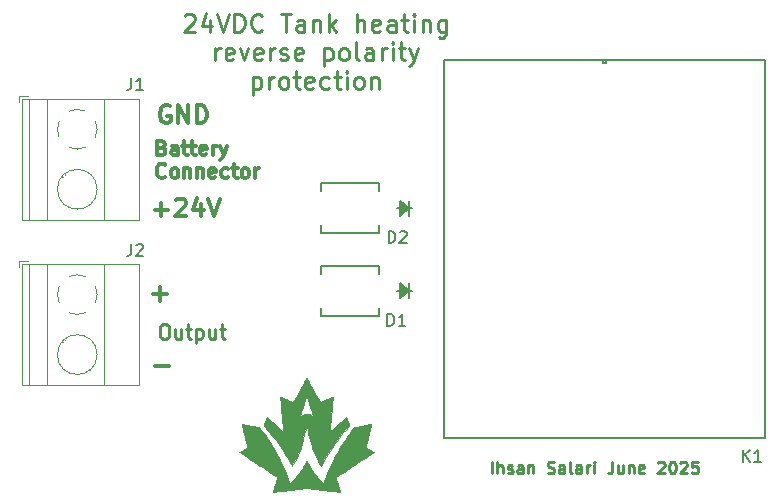
<source format=gbr>
%TF.GenerationSoftware,KiCad,Pcbnew,8.0.4*%
%TF.CreationDate,2025-06-09T12:47:20-04:00*%
%TF.ProjectId,car-battery-reverse-polarity-protection,6361722d-6261-4747-9465-72792d726576,rev?*%
%TF.SameCoordinates,Original*%
%TF.FileFunction,Legend,Top*%
%TF.FilePolarity,Positive*%
%FSLAX46Y46*%
G04 Gerber Fmt 4.6, Leading zero omitted, Abs format (unit mm)*
G04 Created by KiCad (PCBNEW 8.0.4) date 2025-06-09 12:47:20*
%MOMM*%
%LPD*%
G01*
G04 APERTURE LIST*
%ADD10C,0.300000*%
%ADD11C,0.250000*%
%ADD12C,0.150000*%
%ADD13C,0.240000*%
%ADD14C,0.010000*%
%ADD15C,0.152400*%
%ADD16C,0.120000*%
G04 APERTURE END LIST*
D10*
X111954510Y-84114484D02*
X113097368Y-84114484D01*
X112525939Y-84685912D02*
X112525939Y-83543055D01*
X113740225Y-83328769D02*
X113811653Y-83257341D01*
X113811653Y-83257341D02*
X113954511Y-83185912D01*
X113954511Y-83185912D02*
X114311653Y-83185912D01*
X114311653Y-83185912D02*
X114454511Y-83257341D01*
X114454511Y-83257341D02*
X114525939Y-83328769D01*
X114525939Y-83328769D02*
X114597368Y-83471626D01*
X114597368Y-83471626D02*
X114597368Y-83614484D01*
X114597368Y-83614484D02*
X114525939Y-83828769D01*
X114525939Y-83828769D02*
X113668796Y-84685912D01*
X113668796Y-84685912D02*
X114597368Y-84685912D01*
X115883082Y-83685912D02*
X115883082Y-84685912D01*
X115525939Y-83114484D02*
X115168796Y-84185912D01*
X115168796Y-84185912D02*
X116097367Y-84185912D01*
X116454510Y-83185912D02*
X116954510Y-84685912D01*
X116954510Y-84685912D02*
X117454510Y-83185912D01*
X112414484Y-91845489D02*
X112414484Y-90702632D01*
X112985912Y-91274060D02*
X111843055Y-91274060D01*
X112583082Y-78877038D02*
X112754510Y-78934181D01*
X112754510Y-78934181D02*
X112811653Y-78991324D01*
X112811653Y-78991324D02*
X112868796Y-79105609D01*
X112868796Y-79105609D02*
X112868796Y-79277038D01*
X112868796Y-79277038D02*
X112811653Y-79391324D01*
X112811653Y-79391324D02*
X112754510Y-79448467D01*
X112754510Y-79448467D02*
X112640225Y-79505609D01*
X112640225Y-79505609D02*
X112183082Y-79505609D01*
X112183082Y-79505609D02*
X112183082Y-78305609D01*
X112183082Y-78305609D02*
X112583082Y-78305609D01*
X112583082Y-78305609D02*
X112697368Y-78362752D01*
X112697368Y-78362752D02*
X112754510Y-78419895D01*
X112754510Y-78419895D02*
X112811653Y-78534181D01*
X112811653Y-78534181D02*
X112811653Y-78648467D01*
X112811653Y-78648467D02*
X112754510Y-78762752D01*
X112754510Y-78762752D02*
X112697368Y-78819895D01*
X112697368Y-78819895D02*
X112583082Y-78877038D01*
X112583082Y-78877038D02*
X112183082Y-78877038D01*
X113897368Y-79505609D02*
X113897368Y-78877038D01*
X113897368Y-78877038D02*
X113840225Y-78762752D01*
X113840225Y-78762752D02*
X113725939Y-78705609D01*
X113725939Y-78705609D02*
X113497368Y-78705609D01*
X113497368Y-78705609D02*
X113383082Y-78762752D01*
X113897368Y-79448467D02*
X113783082Y-79505609D01*
X113783082Y-79505609D02*
X113497368Y-79505609D01*
X113497368Y-79505609D02*
X113383082Y-79448467D01*
X113383082Y-79448467D02*
X113325939Y-79334181D01*
X113325939Y-79334181D02*
X113325939Y-79219895D01*
X113325939Y-79219895D02*
X113383082Y-79105609D01*
X113383082Y-79105609D02*
X113497368Y-79048467D01*
X113497368Y-79048467D02*
X113783082Y-79048467D01*
X113783082Y-79048467D02*
X113897368Y-78991324D01*
X114297367Y-78705609D02*
X114754510Y-78705609D01*
X114468796Y-78305609D02*
X114468796Y-79334181D01*
X114468796Y-79334181D02*
X114525939Y-79448467D01*
X114525939Y-79448467D02*
X114640224Y-79505609D01*
X114640224Y-79505609D02*
X114754510Y-79505609D01*
X114983081Y-78705609D02*
X115440224Y-78705609D01*
X115154510Y-78305609D02*
X115154510Y-79334181D01*
X115154510Y-79334181D02*
X115211653Y-79448467D01*
X115211653Y-79448467D02*
X115325938Y-79505609D01*
X115325938Y-79505609D02*
X115440224Y-79505609D01*
X116297367Y-79448467D02*
X116183081Y-79505609D01*
X116183081Y-79505609D02*
X115954510Y-79505609D01*
X115954510Y-79505609D02*
X115840224Y-79448467D01*
X115840224Y-79448467D02*
X115783081Y-79334181D01*
X115783081Y-79334181D02*
X115783081Y-78877038D01*
X115783081Y-78877038D02*
X115840224Y-78762752D01*
X115840224Y-78762752D02*
X115954510Y-78705609D01*
X115954510Y-78705609D02*
X116183081Y-78705609D01*
X116183081Y-78705609D02*
X116297367Y-78762752D01*
X116297367Y-78762752D02*
X116354510Y-78877038D01*
X116354510Y-78877038D02*
X116354510Y-78991324D01*
X116354510Y-78991324D02*
X115783081Y-79105609D01*
X116868795Y-79505609D02*
X116868795Y-78705609D01*
X116868795Y-78934181D02*
X116925938Y-78819895D01*
X116925938Y-78819895D02*
X116983081Y-78762752D01*
X116983081Y-78762752D02*
X117097366Y-78705609D01*
X117097366Y-78705609D02*
X117211652Y-78705609D01*
X117497366Y-78705609D02*
X117783080Y-79505609D01*
X118068795Y-78705609D02*
X117783080Y-79505609D01*
X117783080Y-79505609D02*
X117668795Y-79791324D01*
X117668795Y-79791324D02*
X117611652Y-79848467D01*
X117611652Y-79848467D02*
X117497366Y-79905609D01*
X112868796Y-81323257D02*
X112811653Y-81380400D01*
X112811653Y-81380400D02*
X112640225Y-81437542D01*
X112640225Y-81437542D02*
X112525939Y-81437542D01*
X112525939Y-81437542D02*
X112354510Y-81380400D01*
X112354510Y-81380400D02*
X112240225Y-81266114D01*
X112240225Y-81266114D02*
X112183082Y-81151828D01*
X112183082Y-81151828D02*
X112125939Y-80923257D01*
X112125939Y-80923257D02*
X112125939Y-80751828D01*
X112125939Y-80751828D02*
X112183082Y-80523257D01*
X112183082Y-80523257D02*
X112240225Y-80408971D01*
X112240225Y-80408971D02*
X112354510Y-80294685D01*
X112354510Y-80294685D02*
X112525939Y-80237542D01*
X112525939Y-80237542D02*
X112640225Y-80237542D01*
X112640225Y-80237542D02*
X112811653Y-80294685D01*
X112811653Y-80294685D02*
X112868796Y-80351828D01*
X113554510Y-81437542D02*
X113440225Y-81380400D01*
X113440225Y-81380400D02*
X113383082Y-81323257D01*
X113383082Y-81323257D02*
X113325939Y-81208971D01*
X113325939Y-81208971D02*
X113325939Y-80866114D01*
X113325939Y-80866114D02*
X113383082Y-80751828D01*
X113383082Y-80751828D02*
X113440225Y-80694685D01*
X113440225Y-80694685D02*
X113554510Y-80637542D01*
X113554510Y-80637542D02*
X113725939Y-80637542D01*
X113725939Y-80637542D02*
X113840225Y-80694685D01*
X113840225Y-80694685D02*
X113897368Y-80751828D01*
X113897368Y-80751828D02*
X113954510Y-80866114D01*
X113954510Y-80866114D02*
X113954510Y-81208971D01*
X113954510Y-81208971D02*
X113897368Y-81323257D01*
X113897368Y-81323257D02*
X113840225Y-81380400D01*
X113840225Y-81380400D02*
X113725939Y-81437542D01*
X113725939Y-81437542D02*
X113554510Y-81437542D01*
X114468796Y-80637542D02*
X114468796Y-81437542D01*
X114468796Y-80751828D02*
X114525939Y-80694685D01*
X114525939Y-80694685D02*
X114640224Y-80637542D01*
X114640224Y-80637542D02*
X114811653Y-80637542D01*
X114811653Y-80637542D02*
X114925939Y-80694685D01*
X114925939Y-80694685D02*
X114983082Y-80808971D01*
X114983082Y-80808971D02*
X114983082Y-81437542D01*
X115554510Y-80637542D02*
X115554510Y-81437542D01*
X115554510Y-80751828D02*
X115611653Y-80694685D01*
X115611653Y-80694685D02*
X115725938Y-80637542D01*
X115725938Y-80637542D02*
X115897367Y-80637542D01*
X115897367Y-80637542D02*
X116011653Y-80694685D01*
X116011653Y-80694685D02*
X116068796Y-80808971D01*
X116068796Y-80808971D02*
X116068796Y-81437542D01*
X117097367Y-81380400D02*
X116983081Y-81437542D01*
X116983081Y-81437542D02*
X116754510Y-81437542D01*
X116754510Y-81437542D02*
X116640224Y-81380400D01*
X116640224Y-81380400D02*
X116583081Y-81266114D01*
X116583081Y-81266114D02*
X116583081Y-80808971D01*
X116583081Y-80808971D02*
X116640224Y-80694685D01*
X116640224Y-80694685D02*
X116754510Y-80637542D01*
X116754510Y-80637542D02*
X116983081Y-80637542D01*
X116983081Y-80637542D02*
X117097367Y-80694685D01*
X117097367Y-80694685D02*
X117154510Y-80808971D01*
X117154510Y-80808971D02*
X117154510Y-80923257D01*
X117154510Y-80923257D02*
X116583081Y-81037542D01*
X118183081Y-81380400D02*
X118068795Y-81437542D01*
X118068795Y-81437542D02*
X117840223Y-81437542D01*
X117840223Y-81437542D02*
X117725938Y-81380400D01*
X117725938Y-81380400D02*
X117668795Y-81323257D01*
X117668795Y-81323257D02*
X117611652Y-81208971D01*
X117611652Y-81208971D02*
X117611652Y-80866114D01*
X117611652Y-80866114D02*
X117668795Y-80751828D01*
X117668795Y-80751828D02*
X117725938Y-80694685D01*
X117725938Y-80694685D02*
X117840223Y-80637542D01*
X117840223Y-80637542D02*
X118068795Y-80637542D01*
X118068795Y-80637542D02*
X118183081Y-80694685D01*
X118525937Y-80637542D02*
X118983080Y-80637542D01*
X118697366Y-80237542D02*
X118697366Y-81266114D01*
X118697366Y-81266114D02*
X118754509Y-81380400D01*
X118754509Y-81380400D02*
X118868794Y-81437542D01*
X118868794Y-81437542D02*
X118983080Y-81437542D01*
X119554508Y-81437542D02*
X119440223Y-81380400D01*
X119440223Y-81380400D02*
X119383080Y-81323257D01*
X119383080Y-81323257D02*
X119325937Y-81208971D01*
X119325937Y-81208971D02*
X119325937Y-80866114D01*
X119325937Y-80866114D02*
X119383080Y-80751828D01*
X119383080Y-80751828D02*
X119440223Y-80694685D01*
X119440223Y-80694685D02*
X119554508Y-80637542D01*
X119554508Y-80637542D02*
X119725937Y-80637542D01*
X119725937Y-80637542D02*
X119840223Y-80694685D01*
X119840223Y-80694685D02*
X119897366Y-80751828D01*
X119897366Y-80751828D02*
X119954508Y-80866114D01*
X119954508Y-80866114D02*
X119954508Y-81208971D01*
X119954508Y-81208971D02*
X119897366Y-81323257D01*
X119897366Y-81323257D02*
X119840223Y-81380400D01*
X119840223Y-81380400D02*
X119725937Y-81437542D01*
X119725937Y-81437542D02*
X119554508Y-81437542D01*
X120468794Y-81437542D02*
X120468794Y-80637542D01*
X120468794Y-80866114D02*
X120525937Y-80751828D01*
X120525937Y-80751828D02*
X120583080Y-80694685D01*
X120583080Y-80694685D02*
X120697365Y-80637542D01*
X120697365Y-80637542D02*
X120811651Y-80637542D01*
X113240225Y-75372257D02*
X113097368Y-75300828D01*
X113097368Y-75300828D02*
X112883082Y-75300828D01*
X112883082Y-75300828D02*
X112668796Y-75372257D01*
X112668796Y-75372257D02*
X112525939Y-75515114D01*
X112525939Y-75515114D02*
X112454510Y-75657971D01*
X112454510Y-75657971D02*
X112383082Y-75943685D01*
X112383082Y-75943685D02*
X112383082Y-76157971D01*
X112383082Y-76157971D02*
X112454510Y-76443685D01*
X112454510Y-76443685D02*
X112525939Y-76586542D01*
X112525939Y-76586542D02*
X112668796Y-76729400D01*
X112668796Y-76729400D02*
X112883082Y-76800828D01*
X112883082Y-76800828D02*
X113025939Y-76800828D01*
X113025939Y-76800828D02*
X113240225Y-76729400D01*
X113240225Y-76729400D02*
X113311653Y-76657971D01*
X113311653Y-76657971D02*
X113311653Y-76157971D01*
X113311653Y-76157971D02*
X113025939Y-76157971D01*
X113954510Y-76800828D02*
X113954510Y-75300828D01*
X113954510Y-75300828D02*
X114811653Y-76800828D01*
X114811653Y-76800828D02*
X114811653Y-75300828D01*
X115525939Y-76800828D02*
X115525939Y-75300828D01*
X115525939Y-75300828D02*
X115883082Y-75300828D01*
X115883082Y-75300828D02*
X116097368Y-75372257D01*
X116097368Y-75372257D02*
X116240225Y-75515114D01*
X116240225Y-75515114D02*
X116311654Y-75657971D01*
X116311654Y-75657971D02*
X116383082Y-75943685D01*
X116383082Y-75943685D02*
X116383082Y-76157971D01*
X116383082Y-76157971D02*
X116311654Y-76443685D01*
X116311654Y-76443685D02*
X116240225Y-76586542D01*
X116240225Y-76586542D02*
X116097368Y-76729400D01*
X116097368Y-76729400D02*
X115883082Y-76800828D01*
X115883082Y-76800828D02*
X115525939Y-76800828D01*
D11*
X140502568Y-106454675D02*
X140502568Y-105454675D01*
X140978758Y-106454675D02*
X140978758Y-105454675D01*
X141407329Y-106454675D02*
X141407329Y-105930865D01*
X141407329Y-105930865D02*
X141359710Y-105835627D01*
X141359710Y-105835627D02*
X141264472Y-105788008D01*
X141264472Y-105788008D02*
X141121615Y-105788008D01*
X141121615Y-105788008D02*
X141026377Y-105835627D01*
X141026377Y-105835627D02*
X140978758Y-105883246D01*
X141835901Y-106407056D02*
X141931139Y-106454675D01*
X141931139Y-106454675D02*
X142121615Y-106454675D01*
X142121615Y-106454675D02*
X142216853Y-106407056D01*
X142216853Y-106407056D02*
X142264472Y-106311817D01*
X142264472Y-106311817D02*
X142264472Y-106264198D01*
X142264472Y-106264198D02*
X142216853Y-106168960D01*
X142216853Y-106168960D02*
X142121615Y-106121341D01*
X142121615Y-106121341D02*
X141978758Y-106121341D01*
X141978758Y-106121341D02*
X141883520Y-106073722D01*
X141883520Y-106073722D02*
X141835901Y-105978484D01*
X141835901Y-105978484D02*
X141835901Y-105930865D01*
X141835901Y-105930865D02*
X141883520Y-105835627D01*
X141883520Y-105835627D02*
X141978758Y-105788008D01*
X141978758Y-105788008D02*
X142121615Y-105788008D01*
X142121615Y-105788008D02*
X142216853Y-105835627D01*
X143121615Y-106454675D02*
X143121615Y-105930865D01*
X143121615Y-105930865D02*
X143073996Y-105835627D01*
X143073996Y-105835627D02*
X142978758Y-105788008D01*
X142978758Y-105788008D02*
X142788282Y-105788008D01*
X142788282Y-105788008D02*
X142693044Y-105835627D01*
X143121615Y-106407056D02*
X143026377Y-106454675D01*
X143026377Y-106454675D02*
X142788282Y-106454675D01*
X142788282Y-106454675D02*
X142693044Y-106407056D01*
X142693044Y-106407056D02*
X142645425Y-106311817D01*
X142645425Y-106311817D02*
X142645425Y-106216579D01*
X142645425Y-106216579D02*
X142693044Y-106121341D01*
X142693044Y-106121341D02*
X142788282Y-106073722D01*
X142788282Y-106073722D02*
X143026377Y-106073722D01*
X143026377Y-106073722D02*
X143121615Y-106026103D01*
X143597806Y-105788008D02*
X143597806Y-106454675D01*
X143597806Y-105883246D02*
X143645425Y-105835627D01*
X143645425Y-105835627D02*
X143740663Y-105788008D01*
X143740663Y-105788008D02*
X143883520Y-105788008D01*
X143883520Y-105788008D02*
X143978758Y-105835627D01*
X143978758Y-105835627D02*
X144026377Y-105930865D01*
X144026377Y-105930865D02*
X144026377Y-106454675D01*
X145216854Y-106407056D02*
X145359711Y-106454675D01*
X145359711Y-106454675D02*
X145597806Y-106454675D01*
X145597806Y-106454675D02*
X145693044Y-106407056D01*
X145693044Y-106407056D02*
X145740663Y-106359436D01*
X145740663Y-106359436D02*
X145788282Y-106264198D01*
X145788282Y-106264198D02*
X145788282Y-106168960D01*
X145788282Y-106168960D02*
X145740663Y-106073722D01*
X145740663Y-106073722D02*
X145693044Y-106026103D01*
X145693044Y-106026103D02*
X145597806Y-105978484D01*
X145597806Y-105978484D02*
X145407330Y-105930865D01*
X145407330Y-105930865D02*
X145312092Y-105883246D01*
X145312092Y-105883246D02*
X145264473Y-105835627D01*
X145264473Y-105835627D02*
X145216854Y-105740389D01*
X145216854Y-105740389D02*
X145216854Y-105645151D01*
X145216854Y-105645151D02*
X145264473Y-105549913D01*
X145264473Y-105549913D02*
X145312092Y-105502294D01*
X145312092Y-105502294D02*
X145407330Y-105454675D01*
X145407330Y-105454675D02*
X145645425Y-105454675D01*
X145645425Y-105454675D02*
X145788282Y-105502294D01*
X146645425Y-106454675D02*
X146645425Y-105930865D01*
X146645425Y-105930865D02*
X146597806Y-105835627D01*
X146597806Y-105835627D02*
X146502568Y-105788008D01*
X146502568Y-105788008D02*
X146312092Y-105788008D01*
X146312092Y-105788008D02*
X146216854Y-105835627D01*
X146645425Y-106407056D02*
X146550187Y-106454675D01*
X146550187Y-106454675D02*
X146312092Y-106454675D01*
X146312092Y-106454675D02*
X146216854Y-106407056D01*
X146216854Y-106407056D02*
X146169235Y-106311817D01*
X146169235Y-106311817D02*
X146169235Y-106216579D01*
X146169235Y-106216579D02*
X146216854Y-106121341D01*
X146216854Y-106121341D02*
X146312092Y-106073722D01*
X146312092Y-106073722D02*
X146550187Y-106073722D01*
X146550187Y-106073722D02*
X146645425Y-106026103D01*
X147264473Y-106454675D02*
X147169235Y-106407056D01*
X147169235Y-106407056D02*
X147121616Y-106311817D01*
X147121616Y-106311817D02*
X147121616Y-105454675D01*
X148073997Y-106454675D02*
X148073997Y-105930865D01*
X148073997Y-105930865D02*
X148026378Y-105835627D01*
X148026378Y-105835627D02*
X147931140Y-105788008D01*
X147931140Y-105788008D02*
X147740664Y-105788008D01*
X147740664Y-105788008D02*
X147645426Y-105835627D01*
X148073997Y-106407056D02*
X147978759Y-106454675D01*
X147978759Y-106454675D02*
X147740664Y-106454675D01*
X147740664Y-106454675D02*
X147645426Y-106407056D01*
X147645426Y-106407056D02*
X147597807Y-106311817D01*
X147597807Y-106311817D02*
X147597807Y-106216579D01*
X147597807Y-106216579D02*
X147645426Y-106121341D01*
X147645426Y-106121341D02*
X147740664Y-106073722D01*
X147740664Y-106073722D02*
X147978759Y-106073722D01*
X147978759Y-106073722D02*
X148073997Y-106026103D01*
X148550188Y-106454675D02*
X148550188Y-105788008D01*
X148550188Y-105978484D02*
X148597807Y-105883246D01*
X148597807Y-105883246D02*
X148645426Y-105835627D01*
X148645426Y-105835627D02*
X148740664Y-105788008D01*
X148740664Y-105788008D02*
X148835902Y-105788008D01*
X149169236Y-106454675D02*
X149169236Y-105788008D01*
X149169236Y-105454675D02*
X149121617Y-105502294D01*
X149121617Y-105502294D02*
X149169236Y-105549913D01*
X149169236Y-105549913D02*
X149216855Y-105502294D01*
X149216855Y-105502294D02*
X149169236Y-105454675D01*
X149169236Y-105454675D02*
X149169236Y-105549913D01*
X150693045Y-105454675D02*
X150693045Y-106168960D01*
X150693045Y-106168960D02*
X150645426Y-106311817D01*
X150645426Y-106311817D02*
X150550188Y-106407056D01*
X150550188Y-106407056D02*
X150407331Y-106454675D01*
X150407331Y-106454675D02*
X150312093Y-106454675D01*
X151597807Y-105788008D02*
X151597807Y-106454675D01*
X151169236Y-105788008D02*
X151169236Y-106311817D01*
X151169236Y-106311817D02*
X151216855Y-106407056D01*
X151216855Y-106407056D02*
X151312093Y-106454675D01*
X151312093Y-106454675D02*
X151454950Y-106454675D01*
X151454950Y-106454675D02*
X151550188Y-106407056D01*
X151550188Y-106407056D02*
X151597807Y-106359436D01*
X152073998Y-105788008D02*
X152073998Y-106454675D01*
X152073998Y-105883246D02*
X152121617Y-105835627D01*
X152121617Y-105835627D02*
X152216855Y-105788008D01*
X152216855Y-105788008D02*
X152359712Y-105788008D01*
X152359712Y-105788008D02*
X152454950Y-105835627D01*
X152454950Y-105835627D02*
X152502569Y-105930865D01*
X152502569Y-105930865D02*
X152502569Y-106454675D01*
X153359712Y-106407056D02*
X153264474Y-106454675D01*
X153264474Y-106454675D02*
X153073998Y-106454675D01*
X153073998Y-106454675D02*
X152978760Y-106407056D01*
X152978760Y-106407056D02*
X152931141Y-106311817D01*
X152931141Y-106311817D02*
X152931141Y-105930865D01*
X152931141Y-105930865D02*
X152978760Y-105835627D01*
X152978760Y-105835627D02*
X153073998Y-105788008D01*
X153073998Y-105788008D02*
X153264474Y-105788008D01*
X153264474Y-105788008D02*
X153359712Y-105835627D01*
X153359712Y-105835627D02*
X153407331Y-105930865D01*
X153407331Y-105930865D02*
X153407331Y-106026103D01*
X153407331Y-106026103D02*
X152931141Y-106121341D01*
X154550189Y-105549913D02*
X154597808Y-105502294D01*
X154597808Y-105502294D02*
X154693046Y-105454675D01*
X154693046Y-105454675D02*
X154931141Y-105454675D01*
X154931141Y-105454675D02*
X155026379Y-105502294D01*
X155026379Y-105502294D02*
X155073998Y-105549913D01*
X155073998Y-105549913D02*
X155121617Y-105645151D01*
X155121617Y-105645151D02*
X155121617Y-105740389D01*
X155121617Y-105740389D02*
X155073998Y-105883246D01*
X155073998Y-105883246D02*
X154502570Y-106454675D01*
X154502570Y-106454675D02*
X155121617Y-106454675D01*
X155740665Y-105454675D02*
X155835903Y-105454675D01*
X155835903Y-105454675D02*
X155931141Y-105502294D01*
X155931141Y-105502294D02*
X155978760Y-105549913D01*
X155978760Y-105549913D02*
X156026379Y-105645151D01*
X156026379Y-105645151D02*
X156073998Y-105835627D01*
X156073998Y-105835627D02*
X156073998Y-106073722D01*
X156073998Y-106073722D02*
X156026379Y-106264198D01*
X156026379Y-106264198D02*
X155978760Y-106359436D01*
X155978760Y-106359436D02*
X155931141Y-106407056D01*
X155931141Y-106407056D02*
X155835903Y-106454675D01*
X155835903Y-106454675D02*
X155740665Y-106454675D01*
X155740665Y-106454675D02*
X155645427Y-106407056D01*
X155645427Y-106407056D02*
X155597808Y-106359436D01*
X155597808Y-106359436D02*
X155550189Y-106264198D01*
X155550189Y-106264198D02*
X155502570Y-106073722D01*
X155502570Y-106073722D02*
X155502570Y-105835627D01*
X155502570Y-105835627D02*
X155550189Y-105645151D01*
X155550189Y-105645151D02*
X155597808Y-105549913D01*
X155597808Y-105549913D02*
X155645427Y-105502294D01*
X155645427Y-105502294D02*
X155740665Y-105454675D01*
X156454951Y-105549913D02*
X156502570Y-105502294D01*
X156502570Y-105502294D02*
X156597808Y-105454675D01*
X156597808Y-105454675D02*
X156835903Y-105454675D01*
X156835903Y-105454675D02*
X156931141Y-105502294D01*
X156931141Y-105502294D02*
X156978760Y-105549913D01*
X156978760Y-105549913D02*
X157026379Y-105645151D01*
X157026379Y-105645151D02*
X157026379Y-105740389D01*
X157026379Y-105740389D02*
X156978760Y-105883246D01*
X156978760Y-105883246D02*
X156407332Y-106454675D01*
X156407332Y-106454675D02*
X157026379Y-106454675D01*
X157931141Y-105454675D02*
X157454951Y-105454675D01*
X157454951Y-105454675D02*
X157407332Y-105930865D01*
X157407332Y-105930865D02*
X157454951Y-105883246D01*
X157454951Y-105883246D02*
X157550189Y-105835627D01*
X157550189Y-105835627D02*
X157788284Y-105835627D01*
X157788284Y-105835627D02*
X157883522Y-105883246D01*
X157883522Y-105883246D02*
X157931141Y-105930865D01*
X157931141Y-105930865D02*
X157978760Y-106026103D01*
X157978760Y-106026103D02*
X157978760Y-106264198D01*
X157978760Y-106264198D02*
X157931141Y-106359436D01*
X157931141Y-106359436D02*
X157883522Y-106407056D01*
X157883522Y-106407056D02*
X157788284Y-106454675D01*
X157788284Y-106454675D02*
X157550189Y-106454675D01*
X157550189Y-106454675D02*
X157454951Y-106407056D01*
X157454951Y-106407056D02*
X157407332Y-106359436D01*
D10*
X113145489Y-97370600D02*
X112002632Y-97370600D01*
D11*
X114492857Y-67701537D02*
X114564285Y-67630109D01*
X114564285Y-67630109D02*
X114707143Y-67558680D01*
X114707143Y-67558680D02*
X115064285Y-67558680D01*
X115064285Y-67558680D02*
X115207143Y-67630109D01*
X115207143Y-67630109D02*
X115278571Y-67701537D01*
X115278571Y-67701537D02*
X115350000Y-67844394D01*
X115350000Y-67844394D02*
X115350000Y-67987252D01*
X115350000Y-67987252D02*
X115278571Y-68201537D01*
X115278571Y-68201537D02*
X114421428Y-69058680D01*
X114421428Y-69058680D02*
X115350000Y-69058680D01*
X116635714Y-68058680D02*
X116635714Y-69058680D01*
X116278571Y-67487252D02*
X115921428Y-68558680D01*
X115921428Y-68558680D02*
X116849999Y-68558680D01*
X117207142Y-67558680D02*
X117707142Y-69058680D01*
X117707142Y-69058680D02*
X118207142Y-67558680D01*
X118707141Y-69058680D02*
X118707141Y-67558680D01*
X118707141Y-67558680D02*
X119064284Y-67558680D01*
X119064284Y-67558680D02*
X119278570Y-67630109D01*
X119278570Y-67630109D02*
X119421427Y-67772966D01*
X119421427Y-67772966D02*
X119492856Y-67915823D01*
X119492856Y-67915823D02*
X119564284Y-68201537D01*
X119564284Y-68201537D02*
X119564284Y-68415823D01*
X119564284Y-68415823D02*
X119492856Y-68701537D01*
X119492856Y-68701537D02*
X119421427Y-68844394D01*
X119421427Y-68844394D02*
X119278570Y-68987252D01*
X119278570Y-68987252D02*
X119064284Y-69058680D01*
X119064284Y-69058680D02*
X118707141Y-69058680D01*
X121064284Y-68915823D02*
X120992856Y-68987252D01*
X120992856Y-68987252D02*
X120778570Y-69058680D01*
X120778570Y-69058680D02*
X120635713Y-69058680D01*
X120635713Y-69058680D02*
X120421427Y-68987252D01*
X120421427Y-68987252D02*
X120278570Y-68844394D01*
X120278570Y-68844394D02*
X120207141Y-68701537D01*
X120207141Y-68701537D02*
X120135713Y-68415823D01*
X120135713Y-68415823D02*
X120135713Y-68201537D01*
X120135713Y-68201537D02*
X120207141Y-67915823D01*
X120207141Y-67915823D02*
X120278570Y-67772966D01*
X120278570Y-67772966D02*
X120421427Y-67630109D01*
X120421427Y-67630109D02*
X120635713Y-67558680D01*
X120635713Y-67558680D02*
X120778570Y-67558680D01*
X120778570Y-67558680D02*
X120992856Y-67630109D01*
X120992856Y-67630109D02*
X121064284Y-67701537D01*
X122635713Y-67558680D02*
X123492856Y-67558680D01*
X123064284Y-69058680D02*
X123064284Y-67558680D01*
X124635713Y-69058680D02*
X124635713Y-68272966D01*
X124635713Y-68272966D02*
X124564284Y-68130109D01*
X124564284Y-68130109D02*
X124421427Y-68058680D01*
X124421427Y-68058680D02*
X124135713Y-68058680D01*
X124135713Y-68058680D02*
X123992855Y-68130109D01*
X124635713Y-68987252D02*
X124492855Y-69058680D01*
X124492855Y-69058680D02*
X124135713Y-69058680D01*
X124135713Y-69058680D02*
X123992855Y-68987252D01*
X123992855Y-68987252D02*
X123921427Y-68844394D01*
X123921427Y-68844394D02*
X123921427Y-68701537D01*
X123921427Y-68701537D02*
X123992855Y-68558680D01*
X123992855Y-68558680D02*
X124135713Y-68487252D01*
X124135713Y-68487252D02*
X124492855Y-68487252D01*
X124492855Y-68487252D02*
X124635713Y-68415823D01*
X125349998Y-68058680D02*
X125349998Y-69058680D01*
X125349998Y-68201537D02*
X125421427Y-68130109D01*
X125421427Y-68130109D02*
X125564284Y-68058680D01*
X125564284Y-68058680D02*
X125778570Y-68058680D01*
X125778570Y-68058680D02*
X125921427Y-68130109D01*
X125921427Y-68130109D02*
X125992856Y-68272966D01*
X125992856Y-68272966D02*
X125992856Y-69058680D01*
X126707141Y-69058680D02*
X126707141Y-67558680D01*
X126849999Y-68487252D02*
X127278570Y-69058680D01*
X127278570Y-68058680D02*
X126707141Y-68630109D01*
X129064284Y-69058680D02*
X129064284Y-67558680D01*
X129707142Y-69058680D02*
X129707142Y-68272966D01*
X129707142Y-68272966D02*
X129635713Y-68130109D01*
X129635713Y-68130109D02*
X129492856Y-68058680D01*
X129492856Y-68058680D02*
X129278570Y-68058680D01*
X129278570Y-68058680D02*
X129135713Y-68130109D01*
X129135713Y-68130109D02*
X129064284Y-68201537D01*
X130992856Y-68987252D02*
X130849999Y-69058680D01*
X130849999Y-69058680D02*
X130564285Y-69058680D01*
X130564285Y-69058680D02*
X130421427Y-68987252D01*
X130421427Y-68987252D02*
X130349999Y-68844394D01*
X130349999Y-68844394D02*
X130349999Y-68272966D01*
X130349999Y-68272966D02*
X130421427Y-68130109D01*
X130421427Y-68130109D02*
X130564285Y-68058680D01*
X130564285Y-68058680D02*
X130849999Y-68058680D01*
X130849999Y-68058680D02*
X130992856Y-68130109D01*
X130992856Y-68130109D02*
X131064285Y-68272966D01*
X131064285Y-68272966D02*
X131064285Y-68415823D01*
X131064285Y-68415823D02*
X130349999Y-68558680D01*
X132349999Y-69058680D02*
X132349999Y-68272966D01*
X132349999Y-68272966D02*
X132278570Y-68130109D01*
X132278570Y-68130109D02*
X132135713Y-68058680D01*
X132135713Y-68058680D02*
X131849999Y-68058680D01*
X131849999Y-68058680D02*
X131707141Y-68130109D01*
X132349999Y-68987252D02*
X132207141Y-69058680D01*
X132207141Y-69058680D02*
X131849999Y-69058680D01*
X131849999Y-69058680D02*
X131707141Y-68987252D01*
X131707141Y-68987252D02*
X131635713Y-68844394D01*
X131635713Y-68844394D02*
X131635713Y-68701537D01*
X131635713Y-68701537D02*
X131707141Y-68558680D01*
X131707141Y-68558680D02*
X131849999Y-68487252D01*
X131849999Y-68487252D02*
X132207141Y-68487252D01*
X132207141Y-68487252D02*
X132349999Y-68415823D01*
X132849999Y-68058680D02*
X133421427Y-68058680D01*
X133064284Y-67558680D02*
X133064284Y-68844394D01*
X133064284Y-68844394D02*
X133135713Y-68987252D01*
X133135713Y-68987252D02*
X133278570Y-69058680D01*
X133278570Y-69058680D02*
X133421427Y-69058680D01*
X133921427Y-69058680D02*
X133921427Y-68058680D01*
X133921427Y-67558680D02*
X133849999Y-67630109D01*
X133849999Y-67630109D02*
X133921427Y-67701537D01*
X133921427Y-67701537D02*
X133992856Y-67630109D01*
X133992856Y-67630109D02*
X133921427Y-67558680D01*
X133921427Y-67558680D02*
X133921427Y-67701537D01*
X134635713Y-68058680D02*
X134635713Y-69058680D01*
X134635713Y-68201537D02*
X134707142Y-68130109D01*
X134707142Y-68130109D02*
X134849999Y-68058680D01*
X134849999Y-68058680D02*
X135064285Y-68058680D01*
X135064285Y-68058680D02*
X135207142Y-68130109D01*
X135207142Y-68130109D02*
X135278571Y-68272966D01*
X135278571Y-68272966D02*
X135278571Y-69058680D01*
X136635714Y-68058680D02*
X136635714Y-69272966D01*
X136635714Y-69272966D02*
X136564285Y-69415823D01*
X136564285Y-69415823D02*
X136492856Y-69487252D01*
X136492856Y-69487252D02*
X136349999Y-69558680D01*
X136349999Y-69558680D02*
X136135714Y-69558680D01*
X136135714Y-69558680D02*
X135992856Y-69487252D01*
X136635714Y-68987252D02*
X136492856Y-69058680D01*
X136492856Y-69058680D02*
X136207142Y-69058680D01*
X136207142Y-69058680D02*
X136064285Y-68987252D01*
X136064285Y-68987252D02*
X135992856Y-68915823D01*
X135992856Y-68915823D02*
X135921428Y-68772966D01*
X135921428Y-68772966D02*
X135921428Y-68344394D01*
X135921428Y-68344394D02*
X135992856Y-68201537D01*
X135992856Y-68201537D02*
X136064285Y-68130109D01*
X136064285Y-68130109D02*
X136207142Y-68058680D01*
X136207142Y-68058680D02*
X136492856Y-68058680D01*
X136492856Y-68058680D02*
X136635714Y-68130109D01*
X117100000Y-71473596D02*
X117100000Y-70473596D01*
X117100000Y-70759310D02*
X117171429Y-70616453D01*
X117171429Y-70616453D02*
X117242858Y-70545025D01*
X117242858Y-70545025D02*
X117385715Y-70473596D01*
X117385715Y-70473596D02*
X117528572Y-70473596D01*
X118600000Y-71402168D02*
X118457143Y-71473596D01*
X118457143Y-71473596D02*
X118171429Y-71473596D01*
X118171429Y-71473596D02*
X118028571Y-71402168D01*
X118028571Y-71402168D02*
X117957143Y-71259310D01*
X117957143Y-71259310D02*
X117957143Y-70687882D01*
X117957143Y-70687882D02*
X118028571Y-70545025D01*
X118028571Y-70545025D02*
X118171429Y-70473596D01*
X118171429Y-70473596D02*
X118457143Y-70473596D01*
X118457143Y-70473596D02*
X118600000Y-70545025D01*
X118600000Y-70545025D02*
X118671429Y-70687882D01*
X118671429Y-70687882D02*
X118671429Y-70830739D01*
X118671429Y-70830739D02*
X117957143Y-70973596D01*
X119171428Y-70473596D02*
X119528571Y-71473596D01*
X119528571Y-71473596D02*
X119885714Y-70473596D01*
X121028571Y-71402168D02*
X120885714Y-71473596D01*
X120885714Y-71473596D02*
X120600000Y-71473596D01*
X120600000Y-71473596D02*
X120457142Y-71402168D01*
X120457142Y-71402168D02*
X120385714Y-71259310D01*
X120385714Y-71259310D02*
X120385714Y-70687882D01*
X120385714Y-70687882D02*
X120457142Y-70545025D01*
X120457142Y-70545025D02*
X120600000Y-70473596D01*
X120600000Y-70473596D02*
X120885714Y-70473596D01*
X120885714Y-70473596D02*
X121028571Y-70545025D01*
X121028571Y-70545025D02*
X121100000Y-70687882D01*
X121100000Y-70687882D02*
X121100000Y-70830739D01*
X121100000Y-70830739D02*
X120385714Y-70973596D01*
X121742856Y-71473596D02*
X121742856Y-70473596D01*
X121742856Y-70759310D02*
X121814285Y-70616453D01*
X121814285Y-70616453D02*
X121885714Y-70545025D01*
X121885714Y-70545025D02*
X122028571Y-70473596D01*
X122028571Y-70473596D02*
X122171428Y-70473596D01*
X122599999Y-71402168D02*
X122742856Y-71473596D01*
X122742856Y-71473596D02*
X123028570Y-71473596D01*
X123028570Y-71473596D02*
X123171427Y-71402168D01*
X123171427Y-71402168D02*
X123242856Y-71259310D01*
X123242856Y-71259310D02*
X123242856Y-71187882D01*
X123242856Y-71187882D02*
X123171427Y-71045025D01*
X123171427Y-71045025D02*
X123028570Y-70973596D01*
X123028570Y-70973596D02*
X122814285Y-70973596D01*
X122814285Y-70973596D02*
X122671427Y-70902168D01*
X122671427Y-70902168D02*
X122599999Y-70759310D01*
X122599999Y-70759310D02*
X122599999Y-70687882D01*
X122599999Y-70687882D02*
X122671427Y-70545025D01*
X122671427Y-70545025D02*
X122814285Y-70473596D01*
X122814285Y-70473596D02*
X123028570Y-70473596D01*
X123028570Y-70473596D02*
X123171427Y-70545025D01*
X124457142Y-71402168D02*
X124314285Y-71473596D01*
X124314285Y-71473596D02*
X124028571Y-71473596D01*
X124028571Y-71473596D02*
X123885713Y-71402168D01*
X123885713Y-71402168D02*
X123814285Y-71259310D01*
X123814285Y-71259310D02*
X123814285Y-70687882D01*
X123814285Y-70687882D02*
X123885713Y-70545025D01*
X123885713Y-70545025D02*
X124028571Y-70473596D01*
X124028571Y-70473596D02*
X124314285Y-70473596D01*
X124314285Y-70473596D02*
X124457142Y-70545025D01*
X124457142Y-70545025D02*
X124528571Y-70687882D01*
X124528571Y-70687882D02*
X124528571Y-70830739D01*
X124528571Y-70830739D02*
X123814285Y-70973596D01*
X126314284Y-70473596D02*
X126314284Y-71973596D01*
X126314284Y-70545025D02*
X126457142Y-70473596D01*
X126457142Y-70473596D02*
X126742856Y-70473596D01*
X126742856Y-70473596D02*
X126885713Y-70545025D01*
X126885713Y-70545025D02*
X126957142Y-70616453D01*
X126957142Y-70616453D02*
X127028570Y-70759310D01*
X127028570Y-70759310D02*
X127028570Y-71187882D01*
X127028570Y-71187882D02*
X126957142Y-71330739D01*
X126957142Y-71330739D02*
X126885713Y-71402168D01*
X126885713Y-71402168D02*
X126742856Y-71473596D01*
X126742856Y-71473596D02*
X126457142Y-71473596D01*
X126457142Y-71473596D02*
X126314284Y-71402168D01*
X127885713Y-71473596D02*
X127742856Y-71402168D01*
X127742856Y-71402168D02*
X127671427Y-71330739D01*
X127671427Y-71330739D02*
X127599999Y-71187882D01*
X127599999Y-71187882D02*
X127599999Y-70759310D01*
X127599999Y-70759310D02*
X127671427Y-70616453D01*
X127671427Y-70616453D02*
X127742856Y-70545025D01*
X127742856Y-70545025D02*
X127885713Y-70473596D01*
X127885713Y-70473596D02*
X128099999Y-70473596D01*
X128099999Y-70473596D02*
X128242856Y-70545025D01*
X128242856Y-70545025D02*
X128314285Y-70616453D01*
X128314285Y-70616453D02*
X128385713Y-70759310D01*
X128385713Y-70759310D02*
X128385713Y-71187882D01*
X128385713Y-71187882D02*
X128314285Y-71330739D01*
X128314285Y-71330739D02*
X128242856Y-71402168D01*
X128242856Y-71402168D02*
X128099999Y-71473596D01*
X128099999Y-71473596D02*
X127885713Y-71473596D01*
X129242856Y-71473596D02*
X129099999Y-71402168D01*
X129099999Y-71402168D02*
X129028570Y-71259310D01*
X129028570Y-71259310D02*
X129028570Y-69973596D01*
X130457142Y-71473596D02*
X130457142Y-70687882D01*
X130457142Y-70687882D02*
X130385713Y-70545025D01*
X130385713Y-70545025D02*
X130242856Y-70473596D01*
X130242856Y-70473596D02*
X129957142Y-70473596D01*
X129957142Y-70473596D02*
X129814284Y-70545025D01*
X130457142Y-71402168D02*
X130314284Y-71473596D01*
X130314284Y-71473596D02*
X129957142Y-71473596D01*
X129957142Y-71473596D02*
X129814284Y-71402168D01*
X129814284Y-71402168D02*
X129742856Y-71259310D01*
X129742856Y-71259310D02*
X129742856Y-71116453D01*
X129742856Y-71116453D02*
X129814284Y-70973596D01*
X129814284Y-70973596D02*
X129957142Y-70902168D01*
X129957142Y-70902168D02*
X130314284Y-70902168D01*
X130314284Y-70902168D02*
X130457142Y-70830739D01*
X131171427Y-71473596D02*
X131171427Y-70473596D01*
X131171427Y-70759310D02*
X131242856Y-70616453D01*
X131242856Y-70616453D02*
X131314285Y-70545025D01*
X131314285Y-70545025D02*
X131457142Y-70473596D01*
X131457142Y-70473596D02*
X131599999Y-70473596D01*
X132099998Y-71473596D02*
X132099998Y-70473596D01*
X132099998Y-69973596D02*
X132028570Y-70045025D01*
X132028570Y-70045025D02*
X132099998Y-70116453D01*
X132099998Y-70116453D02*
X132171427Y-70045025D01*
X132171427Y-70045025D02*
X132099998Y-69973596D01*
X132099998Y-69973596D02*
X132099998Y-70116453D01*
X132599999Y-70473596D02*
X133171427Y-70473596D01*
X132814284Y-69973596D02*
X132814284Y-71259310D01*
X132814284Y-71259310D02*
X132885713Y-71402168D01*
X132885713Y-71402168D02*
X133028570Y-71473596D01*
X133028570Y-71473596D02*
X133171427Y-71473596D01*
X133528570Y-70473596D02*
X133885713Y-71473596D01*
X134242856Y-70473596D02*
X133885713Y-71473596D01*
X133885713Y-71473596D02*
X133742856Y-71830739D01*
X133742856Y-71830739D02*
X133671427Y-71902168D01*
X133671427Y-71902168D02*
X133528570Y-71973596D01*
X120278571Y-72888512D02*
X120278571Y-74388512D01*
X120278571Y-72959941D02*
X120421429Y-72888512D01*
X120421429Y-72888512D02*
X120707143Y-72888512D01*
X120707143Y-72888512D02*
X120850000Y-72959941D01*
X120850000Y-72959941D02*
X120921429Y-73031369D01*
X120921429Y-73031369D02*
X120992857Y-73174226D01*
X120992857Y-73174226D02*
X120992857Y-73602798D01*
X120992857Y-73602798D02*
X120921429Y-73745655D01*
X120921429Y-73745655D02*
X120850000Y-73817084D01*
X120850000Y-73817084D02*
X120707143Y-73888512D01*
X120707143Y-73888512D02*
X120421429Y-73888512D01*
X120421429Y-73888512D02*
X120278571Y-73817084D01*
X121635714Y-73888512D02*
X121635714Y-72888512D01*
X121635714Y-73174226D02*
X121707143Y-73031369D01*
X121707143Y-73031369D02*
X121778572Y-72959941D01*
X121778572Y-72959941D02*
X121921429Y-72888512D01*
X121921429Y-72888512D02*
X122064286Y-72888512D01*
X122778571Y-73888512D02*
X122635714Y-73817084D01*
X122635714Y-73817084D02*
X122564285Y-73745655D01*
X122564285Y-73745655D02*
X122492857Y-73602798D01*
X122492857Y-73602798D02*
X122492857Y-73174226D01*
X122492857Y-73174226D02*
X122564285Y-73031369D01*
X122564285Y-73031369D02*
X122635714Y-72959941D01*
X122635714Y-72959941D02*
X122778571Y-72888512D01*
X122778571Y-72888512D02*
X122992857Y-72888512D01*
X122992857Y-72888512D02*
X123135714Y-72959941D01*
X123135714Y-72959941D02*
X123207143Y-73031369D01*
X123207143Y-73031369D02*
X123278571Y-73174226D01*
X123278571Y-73174226D02*
X123278571Y-73602798D01*
X123278571Y-73602798D02*
X123207143Y-73745655D01*
X123207143Y-73745655D02*
X123135714Y-73817084D01*
X123135714Y-73817084D02*
X122992857Y-73888512D01*
X122992857Y-73888512D02*
X122778571Y-73888512D01*
X123707143Y-72888512D02*
X124278571Y-72888512D01*
X123921428Y-72388512D02*
X123921428Y-73674226D01*
X123921428Y-73674226D02*
X123992857Y-73817084D01*
X123992857Y-73817084D02*
X124135714Y-73888512D01*
X124135714Y-73888512D02*
X124278571Y-73888512D01*
X125350000Y-73817084D02*
X125207143Y-73888512D01*
X125207143Y-73888512D02*
X124921429Y-73888512D01*
X124921429Y-73888512D02*
X124778571Y-73817084D01*
X124778571Y-73817084D02*
X124707143Y-73674226D01*
X124707143Y-73674226D02*
X124707143Y-73102798D01*
X124707143Y-73102798D02*
X124778571Y-72959941D01*
X124778571Y-72959941D02*
X124921429Y-72888512D01*
X124921429Y-72888512D02*
X125207143Y-72888512D01*
X125207143Y-72888512D02*
X125350000Y-72959941D01*
X125350000Y-72959941D02*
X125421429Y-73102798D01*
X125421429Y-73102798D02*
X125421429Y-73245655D01*
X125421429Y-73245655D02*
X124707143Y-73388512D01*
X126707143Y-73817084D02*
X126564285Y-73888512D01*
X126564285Y-73888512D02*
X126278571Y-73888512D01*
X126278571Y-73888512D02*
X126135714Y-73817084D01*
X126135714Y-73817084D02*
X126064285Y-73745655D01*
X126064285Y-73745655D02*
X125992857Y-73602798D01*
X125992857Y-73602798D02*
X125992857Y-73174226D01*
X125992857Y-73174226D02*
X126064285Y-73031369D01*
X126064285Y-73031369D02*
X126135714Y-72959941D01*
X126135714Y-72959941D02*
X126278571Y-72888512D01*
X126278571Y-72888512D02*
X126564285Y-72888512D01*
X126564285Y-72888512D02*
X126707143Y-72959941D01*
X127135714Y-72888512D02*
X127707142Y-72888512D01*
X127349999Y-72388512D02*
X127349999Y-73674226D01*
X127349999Y-73674226D02*
X127421428Y-73817084D01*
X127421428Y-73817084D02*
X127564285Y-73888512D01*
X127564285Y-73888512D02*
X127707142Y-73888512D01*
X128207142Y-73888512D02*
X128207142Y-72888512D01*
X128207142Y-72388512D02*
X128135714Y-72459941D01*
X128135714Y-72459941D02*
X128207142Y-72531369D01*
X128207142Y-72531369D02*
X128278571Y-72459941D01*
X128278571Y-72459941D02*
X128207142Y-72388512D01*
X128207142Y-72388512D02*
X128207142Y-72531369D01*
X129135714Y-73888512D02*
X128992857Y-73817084D01*
X128992857Y-73817084D02*
X128921428Y-73745655D01*
X128921428Y-73745655D02*
X128850000Y-73602798D01*
X128850000Y-73602798D02*
X128850000Y-73174226D01*
X128850000Y-73174226D02*
X128921428Y-73031369D01*
X128921428Y-73031369D02*
X128992857Y-72959941D01*
X128992857Y-72959941D02*
X129135714Y-72888512D01*
X129135714Y-72888512D02*
X129350000Y-72888512D01*
X129350000Y-72888512D02*
X129492857Y-72959941D01*
X129492857Y-72959941D02*
X129564286Y-73031369D01*
X129564286Y-73031369D02*
X129635714Y-73174226D01*
X129635714Y-73174226D02*
X129635714Y-73602798D01*
X129635714Y-73602798D02*
X129564286Y-73745655D01*
X129564286Y-73745655D02*
X129492857Y-73817084D01*
X129492857Y-73817084D02*
X129350000Y-73888512D01*
X129350000Y-73888512D02*
X129135714Y-73888512D01*
X130278571Y-72888512D02*
X130278571Y-73888512D01*
X130278571Y-73031369D02*
X130350000Y-72959941D01*
X130350000Y-72959941D02*
X130492857Y-72888512D01*
X130492857Y-72888512D02*
X130707143Y-72888512D01*
X130707143Y-72888512D02*
X130850000Y-72959941D01*
X130850000Y-72959941D02*
X130921429Y-73102798D01*
X130921429Y-73102798D02*
X130921429Y-73888512D01*
D12*
X161761905Y-105454819D02*
X161761905Y-104454819D01*
X162333333Y-105454819D02*
X161904762Y-104883390D01*
X162333333Y-104454819D02*
X161761905Y-105026247D01*
X163285714Y-105454819D02*
X162714286Y-105454819D01*
X163000000Y-105454819D02*
X163000000Y-104454819D01*
X163000000Y-104454819D02*
X162904762Y-104597676D01*
X162904762Y-104597676D02*
X162809524Y-104692914D01*
X162809524Y-104692914D02*
X162714286Y-104740533D01*
X131666405Y-93954819D02*
X131666405Y-92954819D01*
X131666405Y-92954819D02*
X131904500Y-92954819D01*
X131904500Y-92954819D02*
X132047357Y-93002438D01*
X132047357Y-93002438D02*
X132142595Y-93097676D01*
X132142595Y-93097676D02*
X132190214Y-93192914D01*
X132190214Y-93192914D02*
X132237833Y-93383390D01*
X132237833Y-93383390D02*
X132237833Y-93526247D01*
X132237833Y-93526247D02*
X132190214Y-93716723D01*
X132190214Y-93716723D02*
X132142595Y-93811961D01*
X132142595Y-93811961D02*
X132047357Y-93907200D01*
X132047357Y-93907200D02*
X131904500Y-93954819D01*
X131904500Y-93954819D02*
X131666405Y-93954819D01*
X133190214Y-93954819D02*
X132618786Y-93954819D01*
X132904500Y-93954819D02*
X132904500Y-92954819D01*
X132904500Y-92954819D02*
X132809262Y-93097676D01*
X132809262Y-93097676D02*
X132714024Y-93192914D01*
X132714024Y-93192914D02*
X132618786Y-93240533D01*
X131761905Y-86954819D02*
X131761905Y-85954819D01*
X131761905Y-85954819D02*
X132000000Y-85954819D01*
X132000000Y-85954819D02*
X132142857Y-86002438D01*
X132142857Y-86002438D02*
X132238095Y-86097676D01*
X132238095Y-86097676D02*
X132285714Y-86192914D01*
X132285714Y-86192914D02*
X132333333Y-86383390D01*
X132333333Y-86383390D02*
X132333333Y-86526247D01*
X132333333Y-86526247D02*
X132285714Y-86716723D01*
X132285714Y-86716723D02*
X132238095Y-86811961D01*
X132238095Y-86811961D02*
X132142857Y-86907200D01*
X132142857Y-86907200D02*
X132000000Y-86954819D01*
X132000000Y-86954819D02*
X131761905Y-86954819D01*
X132714286Y-86050057D02*
X132761905Y-86002438D01*
X132761905Y-86002438D02*
X132857143Y-85954819D01*
X132857143Y-85954819D02*
X133095238Y-85954819D01*
X133095238Y-85954819D02*
X133190476Y-86002438D01*
X133190476Y-86002438D02*
X133238095Y-86050057D01*
X133238095Y-86050057D02*
X133285714Y-86145295D01*
X133285714Y-86145295D02*
X133285714Y-86240533D01*
X133285714Y-86240533D02*
X133238095Y-86383390D01*
X133238095Y-86383390D02*
X132666667Y-86954819D01*
X132666667Y-86954819D02*
X133285714Y-86954819D01*
X109966666Y-72954819D02*
X109966666Y-73669104D01*
X109966666Y-73669104D02*
X109919047Y-73811961D01*
X109919047Y-73811961D02*
X109823809Y-73907200D01*
X109823809Y-73907200D02*
X109680952Y-73954819D01*
X109680952Y-73954819D02*
X109585714Y-73954819D01*
X110966666Y-73954819D02*
X110395238Y-73954819D01*
X110680952Y-73954819D02*
X110680952Y-72954819D01*
X110680952Y-72954819D02*
X110585714Y-73097676D01*
X110585714Y-73097676D02*
X110490476Y-73192914D01*
X110490476Y-73192914D02*
X110395238Y-73240533D01*
X109966666Y-87054819D02*
X109966666Y-87769104D01*
X109966666Y-87769104D02*
X109919047Y-87911961D01*
X109919047Y-87911961D02*
X109823809Y-88007200D01*
X109823809Y-88007200D02*
X109680952Y-88054819D01*
X109680952Y-88054819D02*
X109585714Y-88054819D01*
X110395238Y-87150057D02*
X110442857Y-87102438D01*
X110442857Y-87102438D02*
X110538095Y-87054819D01*
X110538095Y-87054819D02*
X110776190Y-87054819D01*
X110776190Y-87054819D02*
X110871428Y-87102438D01*
X110871428Y-87102438D02*
X110919047Y-87150057D01*
X110919047Y-87150057D02*
X110966666Y-87245295D01*
X110966666Y-87245295D02*
X110966666Y-87340533D01*
X110966666Y-87340533D02*
X110919047Y-87483390D01*
X110919047Y-87483390D02*
X110347619Y-88054819D01*
X110347619Y-88054819D02*
X110966666Y-88054819D01*
D13*
X112671429Y-93842662D02*
X112900001Y-93842662D01*
X112900001Y-93842662D02*
X113014286Y-93899805D01*
X113014286Y-93899805D02*
X113128572Y-94014091D01*
X113128572Y-94014091D02*
X113185715Y-94242662D01*
X113185715Y-94242662D02*
X113185715Y-94642662D01*
X113185715Y-94642662D02*
X113128572Y-94871234D01*
X113128572Y-94871234D02*
X113014286Y-94985520D01*
X113014286Y-94985520D02*
X112900001Y-95042662D01*
X112900001Y-95042662D02*
X112671429Y-95042662D01*
X112671429Y-95042662D02*
X112557144Y-94985520D01*
X112557144Y-94985520D02*
X112442858Y-94871234D01*
X112442858Y-94871234D02*
X112385715Y-94642662D01*
X112385715Y-94642662D02*
X112385715Y-94242662D01*
X112385715Y-94242662D02*
X112442858Y-94014091D01*
X112442858Y-94014091D02*
X112557144Y-93899805D01*
X112557144Y-93899805D02*
X112671429Y-93842662D01*
X114214287Y-94242662D02*
X114214287Y-95042662D01*
X113700001Y-94242662D02*
X113700001Y-94871234D01*
X113700001Y-94871234D02*
X113757144Y-94985520D01*
X113757144Y-94985520D02*
X113871429Y-95042662D01*
X113871429Y-95042662D02*
X114042858Y-95042662D01*
X114042858Y-95042662D02*
X114157144Y-94985520D01*
X114157144Y-94985520D02*
X114214287Y-94928377D01*
X114614286Y-94242662D02*
X115071429Y-94242662D01*
X114785715Y-93842662D02*
X114785715Y-94871234D01*
X114785715Y-94871234D02*
X114842858Y-94985520D01*
X114842858Y-94985520D02*
X114957143Y-95042662D01*
X114957143Y-95042662D02*
X115071429Y-95042662D01*
X115471429Y-94242662D02*
X115471429Y-95442662D01*
X115471429Y-94299805D02*
X115585715Y-94242662D01*
X115585715Y-94242662D02*
X115814286Y-94242662D01*
X115814286Y-94242662D02*
X115928572Y-94299805D01*
X115928572Y-94299805D02*
X115985715Y-94356948D01*
X115985715Y-94356948D02*
X116042857Y-94471234D01*
X116042857Y-94471234D02*
X116042857Y-94814091D01*
X116042857Y-94814091D02*
X115985715Y-94928377D01*
X115985715Y-94928377D02*
X115928572Y-94985520D01*
X115928572Y-94985520D02*
X115814286Y-95042662D01*
X115814286Y-95042662D02*
X115585715Y-95042662D01*
X115585715Y-95042662D02*
X115471429Y-94985520D01*
X117071429Y-94242662D02*
X117071429Y-95042662D01*
X116557143Y-94242662D02*
X116557143Y-94871234D01*
X116557143Y-94871234D02*
X116614286Y-94985520D01*
X116614286Y-94985520D02*
X116728571Y-95042662D01*
X116728571Y-95042662D02*
X116900000Y-95042662D01*
X116900000Y-95042662D02*
X117014286Y-94985520D01*
X117014286Y-94985520D02*
X117071429Y-94928377D01*
X117471428Y-94242662D02*
X117928571Y-94242662D01*
X117642857Y-93842662D02*
X117642857Y-94871234D01*
X117642857Y-94871234D02*
X117700000Y-94985520D01*
X117700000Y-94985520D02*
X117814285Y-95042662D01*
X117814285Y-95042662D02*
X117928571Y-95042662D01*
D14*
%TO.C,H4*%
X119326589Y-102273742D02*
X119370700Y-102281567D01*
X119439865Y-102294411D01*
X119531040Y-102311692D01*
X119641179Y-102332829D01*
X119767239Y-102357242D01*
X119906175Y-102384348D01*
X120054943Y-102413568D01*
X120057495Y-102414071D01*
X120241325Y-102450548D01*
X120395989Y-102481820D01*
X120523559Y-102508358D01*
X120626105Y-102530634D01*
X120705701Y-102549119D01*
X120764419Y-102564283D01*
X120804329Y-102576598D01*
X120827505Y-102586536D01*
X120833138Y-102590458D01*
X120861589Y-102621078D01*
X120905280Y-102674525D01*
X120961675Y-102747321D01*
X121028234Y-102835986D01*
X121102422Y-102937043D01*
X121181700Y-103047011D01*
X121263530Y-103162414D01*
X121345375Y-103279771D01*
X121424696Y-103395605D01*
X121474560Y-103469720D01*
X121710141Y-103832668D01*
X121940951Y-104207801D01*
X122164367Y-104590259D01*
X122377764Y-104975183D01*
X122578521Y-105357713D01*
X122764014Y-105732989D01*
X122931619Y-106096151D01*
X123077158Y-106438500D01*
X123113850Y-106532061D01*
X123153734Y-106638841D01*
X123194936Y-106753315D01*
X123235587Y-106869957D01*
X123273813Y-106983244D01*
X123307743Y-107087651D01*
X123335506Y-107177652D01*
X123355230Y-107247725D01*
X123363698Y-107284286D01*
X123373412Y-107322252D01*
X123383617Y-107342394D01*
X123385798Y-107343375D01*
X123401032Y-107331877D01*
X123433696Y-107299729D01*
X123480628Y-107250451D01*
X123538669Y-107187562D01*
X123604660Y-107114581D01*
X123675439Y-107035027D01*
X123747846Y-106952419D01*
X123818722Y-106870277D01*
X123884906Y-106792119D01*
X123933236Y-106733745D01*
X124081249Y-106546913D01*
X124217549Y-106362091D01*
X124346982Y-106172039D01*
X124474390Y-105969515D01*
X124604618Y-105747276D01*
X124664975Y-105639729D01*
X124709919Y-105560537D01*
X124750190Y-105493034D01*
X124783164Y-105441338D01*
X124806221Y-105409569D01*
X124816559Y-105401604D01*
X124828574Y-105419988D01*
X124852109Y-105460369D01*
X124883733Y-105516736D01*
X124919030Y-105581250D01*
X125094483Y-105891226D01*
X125272781Y-106176596D01*
X125458619Y-106444449D01*
X125656694Y-106701876D01*
X125681331Y-106732187D01*
X125741655Y-106804854D01*
X125809188Y-106884309D01*
X125880779Y-106967039D01*
X125953274Y-107049535D01*
X126023523Y-107128286D01*
X126088372Y-107199779D01*
X126144669Y-107260506D01*
X126189263Y-107306953D01*
X126219000Y-107335612D01*
X126230076Y-107343375D01*
X126239761Y-107329474D01*
X126249984Y-107295000D01*
X126252176Y-107284286D01*
X126264529Y-107233079D01*
X126286345Y-107157739D01*
X126315753Y-107063791D01*
X126350880Y-106956759D01*
X126389856Y-106842167D01*
X126430809Y-106725540D01*
X126471866Y-106612404D01*
X126511157Y-106508282D01*
X126538716Y-106438500D01*
X126683154Y-106098785D01*
X126847783Y-105741906D01*
X127029961Y-105372756D01*
X127227048Y-104996231D01*
X127436400Y-104617227D01*
X127655376Y-104240639D01*
X127881334Y-103871361D01*
X128111631Y-103514291D01*
X128139738Y-103472039D01*
X128215892Y-103359281D01*
X128296268Y-103242645D01*
X128378333Y-103125605D01*
X128459554Y-103011636D01*
X128537398Y-102904210D01*
X128609334Y-102806801D01*
X128672827Y-102722883D01*
X128725347Y-102655930D01*
X128764359Y-102609416D01*
X128782042Y-102591085D01*
X128798816Y-102582032D01*
X128832772Y-102570524D01*
X128885847Y-102556121D01*
X128959976Y-102538383D01*
X129057095Y-102516872D01*
X129179140Y-102491147D01*
X129328047Y-102460770D01*
X129505751Y-102425302D01*
X129557686Y-102415039D01*
X129706662Y-102385738D01*
X129845859Y-102358529D01*
X129972234Y-102333995D01*
X130082743Y-102312718D01*
X130174345Y-102295282D01*
X130243995Y-102282269D01*
X130288652Y-102274262D01*
X130305272Y-102271843D01*
X130305298Y-102271856D01*
X130302079Y-102287140D01*
X130291783Y-102330034D01*
X130275208Y-102397389D01*
X130253153Y-102486056D01*
X130226417Y-102592888D01*
X130195799Y-102714736D01*
X130162096Y-102848451D01*
X130126109Y-102990886D01*
X130088636Y-103138892D01*
X130050475Y-103289321D01*
X130012426Y-103439025D01*
X129975286Y-103584854D01*
X129939855Y-103723662D01*
X129906931Y-103852299D01*
X129877313Y-103967618D01*
X129851801Y-104066469D01*
X129831191Y-104145706D01*
X129816284Y-104202178D01*
X129807878Y-104232739D01*
X129807515Y-104233954D01*
X129811370Y-104246046D01*
X129830310Y-104264425D01*
X129866789Y-104290702D01*
X129923265Y-104326489D01*
X130002191Y-104373397D01*
X130106025Y-104433039D01*
X130141467Y-104453128D01*
X130235522Y-104506790D01*
X130319676Y-104555711D01*
X130390189Y-104597643D01*
X130443324Y-104630336D01*
X130475340Y-104651545D01*
X130483250Y-104658629D01*
X130470216Y-104668693D01*
X130432198Y-104695009D01*
X130370818Y-104736507D01*
X130287698Y-104792113D01*
X130184460Y-104860758D01*
X130062728Y-104941368D01*
X129924124Y-105032874D01*
X129770269Y-105134203D01*
X129602787Y-105244283D01*
X129423301Y-105362044D01*
X129233432Y-105486414D01*
X129034803Y-105616321D01*
X128880059Y-105717393D01*
X128675863Y-105850816D01*
X128479200Y-105979568D01*
X128291693Y-106102570D01*
X128114965Y-106218748D01*
X127950639Y-106327027D01*
X127800340Y-106426330D01*
X127665691Y-106515583D01*
X127548314Y-106593708D01*
X127449834Y-106659631D01*
X127371875Y-106712277D01*
X127316058Y-106750568D01*
X127284009Y-106773431D01*
X127276545Y-106779812D01*
X127281125Y-106797952D01*
X127294329Y-106843036D01*
X127315140Y-106911758D01*
X127342536Y-107000810D01*
X127375500Y-107106888D01*
X127413012Y-107226684D01*
X127454052Y-107356893D01*
X127468830Y-107403583D01*
X127510550Y-107536294D01*
X127548656Y-107659517D01*
X127582185Y-107769990D01*
X127610176Y-107864450D01*
X127631666Y-107939635D01*
X127645695Y-107992280D01*
X127651300Y-108019125D01*
X127651082Y-108021834D01*
X127634146Y-108021505D01*
X127587941Y-108017581D01*
X127514714Y-108010313D01*
X127416711Y-107999954D01*
X127296181Y-107986756D01*
X127155370Y-107970970D01*
X126996524Y-107952848D01*
X126821892Y-107932643D01*
X126633719Y-107910606D01*
X126434254Y-107886990D01*
X126225742Y-107862045D01*
X126224331Y-107861875D01*
X124807937Y-107691561D01*
X123420568Y-107858780D01*
X123213437Y-107883696D01*
X123014827Y-107907488D01*
X122827069Y-107929884D01*
X122652494Y-107950610D01*
X122493431Y-107969393D01*
X122352211Y-107985960D01*
X122231164Y-108000035D01*
X122132621Y-108011348D01*
X122058911Y-108019623D01*
X122012365Y-108024587D01*
X121995787Y-108026000D01*
X121967045Y-108021235D01*
X121958375Y-108012824D01*
X121963024Y-107995273D01*
X121976286Y-107950779D01*
X121997137Y-107882650D01*
X122024548Y-107794194D01*
X122057493Y-107688719D01*
X122094946Y-107569532D01*
X122135880Y-107439942D01*
X122148875Y-107398937D01*
X122190689Y-107266655D01*
X122229324Y-107143605D01*
X122263752Y-107033122D01*
X122292946Y-106938542D01*
X122315877Y-106863202D01*
X122331517Y-106810438D01*
X122338839Y-106783584D01*
X122339260Y-106781082D01*
X122326209Y-106770386D01*
X122288167Y-106743454D01*
X122226758Y-106701362D01*
X122143605Y-106645187D01*
X122040331Y-106576007D01*
X121918559Y-106494898D01*
X121779913Y-106402938D01*
X121626015Y-106301204D01*
X121458489Y-106190773D01*
X121278959Y-106072723D01*
X121089046Y-105948129D01*
X120890375Y-105818070D01*
X120735885Y-105717119D01*
X120531722Y-105583718D01*
X120335094Y-105455050D01*
X120147622Y-105332186D01*
X119970930Y-105216199D01*
X119806638Y-105108159D01*
X119656371Y-105009138D01*
X119521748Y-104920206D01*
X119404394Y-104842436D01*
X119305931Y-104776898D01*
X119227979Y-104724664D01*
X119172163Y-104686805D01*
X119140103Y-104664392D01*
X119132625Y-104658355D01*
X119145866Y-104647580D01*
X119183097Y-104623584D01*
X119240581Y-104588612D01*
X119314577Y-104544909D01*
X119401349Y-104494720D01*
X119474407Y-104453128D01*
X119585992Y-104389456D01*
X119671952Y-104338989D01*
X119734741Y-104300115D01*
X119776817Y-104271223D01*
X119800633Y-104250700D01*
X119808647Y-104236936D01*
X119808359Y-104233954D01*
X119800448Y-104205399D01*
X119785980Y-104150700D01*
X119765752Y-104073003D01*
X119740564Y-103975459D01*
X119711213Y-103861216D01*
X119678500Y-103733422D01*
X119643221Y-103595226D01*
X119606177Y-103449777D01*
X119568165Y-103300223D01*
X119529985Y-103149713D01*
X119492435Y-103001396D01*
X119456313Y-102858420D01*
X119422419Y-102723934D01*
X119391551Y-102601087D01*
X119364507Y-102493026D01*
X119342087Y-102402902D01*
X119325089Y-102333862D01*
X119314312Y-102289055D01*
X119310554Y-102271630D01*
X119310576Y-102271515D01*
X119326589Y-102273742D01*
G36*
X119326589Y-102273742D02*
G01*
X119370700Y-102281567D01*
X119439865Y-102294411D01*
X119531040Y-102311692D01*
X119641179Y-102332829D01*
X119767239Y-102357242D01*
X119906175Y-102384348D01*
X120054943Y-102413568D01*
X120057495Y-102414071D01*
X120241325Y-102450548D01*
X120395989Y-102481820D01*
X120523559Y-102508358D01*
X120626105Y-102530634D01*
X120705701Y-102549119D01*
X120764419Y-102564283D01*
X120804329Y-102576598D01*
X120827505Y-102586536D01*
X120833138Y-102590458D01*
X120861589Y-102621078D01*
X120905280Y-102674525D01*
X120961675Y-102747321D01*
X121028234Y-102835986D01*
X121102422Y-102937043D01*
X121181700Y-103047011D01*
X121263530Y-103162414D01*
X121345375Y-103279771D01*
X121424696Y-103395605D01*
X121474560Y-103469720D01*
X121710141Y-103832668D01*
X121940951Y-104207801D01*
X122164367Y-104590259D01*
X122377764Y-104975183D01*
X122578521Y-105357713D01*
X122764014Y-105732989D01*
X122931619Y-106096151D01*
X123077158Y-106438500D01*
X123113850Y-106532061D01*
X123153734Y-106638841D01*
X123194936Y-106753315D01*
X123235587Y-106869957D01*
X123273813Y-106983244D01*
X123307743Y-107087651D01*
X123335506Y-107177652D01*
X123355230Y-107247725D01*
X123363698Y-107284286D01*
X123373412Y-107322252D01*
X123383617Y-107342394D01*
X123385798Y-107343375D01*
X123401032Y-107331877D01*
X123433696Y-107299729D01*
X123480628Y-107250451D01*
X123538669Y-107187562D01*
X123604660Y-107114581D01*
X123675439Y-107035027D01*
X123747846Y-106952419D01*
X123818722Y-106870277D01*
X123884906Y-106792119D01*
X123933236Y-106733745D01*
X124081249Y-106546913D01*
X124217549Y-106362091D01*
X124346982Y-106172039D01*
X124474390Y-105969515D01*
X124604618Y-105747276D01*
X124664975Y-105639729D01*
X124709919Y-105560537D01*
X124750190Y-105493034D01*
X124783164Y-105441338D01*
X124806221Y-105409569D01*
X124816559Y-105401604D01*
X124828574Y-105419988D01*
X124852109Y-105460369D01*
X124883733Y-105516736D01*
X124919030Y-105581250D01*
X125094483Y-105891226D01*
X125272781Y-106176596D01*
X125458619Y-106444449D01*
X125656694Y-106701876D01*
X125681331Y-106732187D01*
X125741655Y-106804854D01*
X125809188Y-106884309D01*
X125880779Y-106967039D01*
X125953274Y-107049535D01*
X126023523Y-107128286D01*
X126088372Y-107199779D01*
X126144669Y-107260506D01*
X126189263Y-107306953D01*
X126219000Y-107335612D01*
X126230076Y-107343375D01*
X126239761Y-107329474D01*
X126249984Y-107295000D01*
X126252176Y-107284286D01*
X126264529Y-107233079D01*
X126286345Y-107157739D01*
X126315753Y-107063791D01*
X126350880Y-106956759D01*
X126389856Y-106842167D01*
X126430809Y-106725540D01*
X126471866Y-106612404D01*
X126511157Y-106508282D01*
X126538716Y-106438500D01*
X126683154Y-106098785D01*
X126847783Y-105741906D01*
X127029961Y-105372756D01*
X127227048Y-104996231D01*
X127436400Y-104617227D01*
X127655376Y-104240639D01*
X127881334Y-103871361D01*
X128111631Y-103514291D01*
X128139738Y-103472039D01*
X128215892Y-103359281D01*
X128296268Y-103242645D01*
X128378333Y-103125605D01*
X128459554Y-103011636D01*
X128537398Y-102904210D01*
X128609334Y-102806801D01*
X128672827Y-102722883D01*
X128725347Y-102655930D01*
X128764359Y-102609416D01*
X128782042Y-102591085D01*
X128798816Y-102582032D01*
X128832772Y-102570524D01*
X128885847Y-102556121D01*
X128959976Y-102538383D01*
X129057095Y-102516872D01*
X129179140Y-102491147D01*
X129328047Y-102460770D01*
X129505751Y-102425302D01*
X129557686Y-102415039D01*
X129706662Y-102385738D01*
X129845859Y-102358529D01*
X129972234Y-102333995D01*
X130082743Y-102312718D01*
X130174345Y-102295282D01*
X130243995Y-102282269D01*
X130288652Y-102274262D01*
X130305272Y-102271843D01*
X130305298Y-102271856D01*
X130302079Y-102287140D01*
X130291783Y-102330034D01*
X130275208Y-102397389D01*
X130253153Y-102486056D01*
X130226417Y-102592888D01*
X130195799Y-102714736D01*
X130162096Y-102848451D01*
X130126109Y-102990886D01*
X130088636Y-103138892D01*
X130050475Y-103289321D01*
X130012426Y-103439025D01*
X129975286Y-103584854D01*
X129939855Y-103723662D01*
X129906931Y-103852299D01*
X129877313Y-103967618D01*
X129851801Y-104066469D01*
X129831191Y-104145706D01*
X129816284Y-104202178D01*
X129807878Y-104232739D01*
X129807515Y-104233954D01*
X129811370Y-104246046D01*
X129830310Y-104264425D01*
X129866789Y-104290702D01*
X129923265Y-104326489D01*
X130002191Y-104373397D01*
X130106025Y-104433039D01*
X130141467Y-104453128D01*
X130235522Y-104506790D01*
X130319676Y-104555711D01*
X130390189Y-104597643D01*
X130443324Y-104630336D01*
X130475340Y-104651545D01*
X130483250Y-104658629D01*
X130470216Y-104668693D01*
X130432198Y-104695009D01*
X130370818Y-104736507D01*
X130287698Y-104792113D01*
X130184460Y-104860758D01*
X130062728Y-104941368D01*
X129924124Y-105032874D01*
X129770269Y-105134203D01*
X129602787Y-105244283D01*
X129423301Y-105362044D01*
X129233432Y-105486414D01*
X129034803Y-105616321D01*
X128880059Y-105717393D01*
X128675863Y-105850816D01*
X128479200Y-105979568D01*
X128291693Y-106102570D01*
X128114965Y-106218748D01*
X127950639Y-106327027D01*
X127800340Y-106426330D01*
X127665691Y-106515583D01*
X127548314Y-106593708D01*
X127449834Y-106659631D01*
X127371875Y-106712277D01*
X127316058Y-106750568D01*
X127284009Y-106773431D01*
X127276545Y-106779812D01*
X127281125Y-106797952D01*
X127294329Y-106843036D01*
X127315140Y-106911758D01*
X127342536Y-107000810D01*
X127375500Y-107106888D01*
X127413012Y-107226684D01*
X127454052Y-107356893D01*
X127468830Y-107403583D01*
X127510550Y-107536294D01*
X127548656Y-107659517D01*
X127582185Y-107769990D01*
X127610176Y-107864450D01*
X127631666Y-107939635D01*
X127645695Y-107992280D01*
X127651300Y-108019125D01*
X127651082Y-108021834D01*
X127634146Y-108021505D01*
X127587941Y-108017581D01*
X127514714Y-108010313D01*
X127416711Y-107999954D01*
X127296181Y-107986756D01*
X127155370Y-107970970D01*
X126996524Y-107952848D01*
X126821892Y-107932643D01*
X126633719Y-107910606D01*
X126434254Y-107886990D01*
X126225742Y-107862045D01*
X126224331Y-107861875D01*
X124807937Y-107691561D01*
X123420568Y-107858780D01*
X123213437Y-107883696D01*
X123014827Y-107907488D01*
X122827069Y-107929884D01*
X122652494Y-107950610D01*
X122493431Y-107969393D01*
X122352211Y-107985960D01*
X122231164Y-108000035D01*
X122132621Y-108011348D01*
X122058911Y-108019623D01*
X122012365Y-108024587D01*
X121995787Y-108026000D01*
X121967045Y-108021235D01*
X121958375Y-108012824D01*
X121963024Y-107995273D01*
X121976286Y-107950779D01*
X121997137Y-107882650D01*
X122024548Y-107794194D01*
X122057493Y-107688719D01*
X122094946Y-107569532D01*
X122135880Y-107439942D01*
X122148875Y-107398937D01*
X122190689Y-107266655D01*
X122229324Y-107143605D01*
X122263752Y-107033122D01*
X122292946Y-106938542D01*
X122315877Y-106863202D01*
X122331517Y-106810438D01*
X122338839Y-106783584D01*
X122339260Y-106781082D01*
X122326209Y-106770386D01*
X122288167Y-106743454D01*
X122226758Y-106701362D01*
X122143605Y-106645187D01*
X122040331Y-106576007D01*
X121918559Y-106494898D01*
X121779913Y-106402938D01*
X121626015Y-106301204D01*
X121458489Y-106190773D01*
X121278959Y-106072723D01*
X121089046Y-105948129D01*
X120890375Y-105818070D01*
X120735885Y-105717119D01*
X120531722Y-105583718D01*
X120335094Y-105455050D01*
X120147622Y-105332186D01*
X119970930Y-105216199D01*
X119806638Y-105108159D01*
X119656371Y-105009138D01*
X119521748Y-104920206D01*
X119404394Y-104842436D01*
X119305931Y-104776898D01*
X119227979Y-104724664D01*
X119172163Y-104686805D01*
X119140103Y-104664392D01*
X119132625Y-104658355D01*
X119145866Y-104647580D01*
X119183097Y-104623584D01*
X119240581Y-104588612D01*
X119314577Y-104544909D01*
X119401349Y-104494720D01*
X119474407Y-104453128D01*
X119585992Y-104389456D01*
X119671952Y-104338989D01*
X119734741Y-104300115D01*
X119776817Y-104271223D01*
X119800633Y-104250700D01*
X119808647Y-104236936D01*
X119808359Y-104233954D01*
X119800448Y-104205399D01*
X119785980Y-104150700D01*
X119765752Y-104073003D01*
X119740564Y-103975459D01*
X119711213Y-103861216D01*
X119678500Y-103733422D01*
X119643221Y-103595226D01*
X119606177Y-103449777D01*
X119568165Y-103300223D01*
X119529985Y-103149713D01*
X119492435Y-103001396D01*
X119456313Y-102858420D01*
X119422419Y-102723934D01*
X119391551Y-102601087D01*
X119364507Y-102493026D01*
X119342087Y-102402902D01*
X119325089Y-102333862D01*
X119314312Y-102289055D01*
X119310554Y-102271630D01*
X119310576Y-102271515D01*
X119326589Y-102273742D01*
G37*
X124818053Y-98404595D02*
X124842237Y-98443750D01*
X124879234Y-98506313D01*
X124927788Y-98590084D01*
X124986645Y-98692862D01*
X125054549Y-98812448D01*
X125130245Y-98946642D01*
X125212479Y-99093243D01*
X125299995Y-99250052D01*
X125375894Y-99386647D01*
X125466966Y-99550835D01*
X125553719Y-99707165D01*
X125634898Y-99853377D01*
X125709245Y-99987213D01*
X125775505Y-100106414D01*
X125832422Y-100208720D01*
X125878740Y-100291873D01*
X125913202Y-100353614D01*
X125934554Y-100391684D01*
X125941385Y-100403636D01*
X125951021Y-100406838D01*
X125973497Y-100403073D01*
X126011145Y-100391440D01*
X126066298Y-100371040D01*
X126141287Y-100340973D01*
X126238444Y-100300338D01*
X126360100Y-100248235D01*
X126489909Y-100191908D01*
X126611834Y-100139153D01*
X126724536Y-100091107D01*
X126824734Y-100049114D01*
X126909144Y-100014519D01*
X126974484Y-99988666D01*
X127017473Y-99972901D01*
X127034827Y-99968567D01*
X127034939Y-99968647D01*
X127034895Y-99985542D01*
X127031963Y-100031818D01*
X127026339Y-100105252D01*
X127018221Y-100203627D01*
X127007804Y-100324721D01*
X126995286Y-100466315D01*
X126980863Y-100626188D01*
X126964732Y-100802121D01*
X126947089Y-100991894D01*
X126928131Y-101193286D01*
X126908055Y-101404077D01*
X126904694Y-101439132D01*
X126884424Y-101651162D01*
X126865174Y-101854092D01*
X126847145Y-102045710D01*
X126830538Y-102223800D01*
X126815555Y-102386150D01*
X126802398Y-102530546D01*
X126791268Y-102654774D01*
X126782366Y-102756621D01*
X126775894Y-102833874D01*
X126772053Y-102884317D01*
X126771045Y-102905739D01*
X126771165Y-102906331D01*
X126783892Y-102897301D01*
X126818193Y-102868959D01*
X126871959Y-102823142D01*
X126943083Y-102761686D01*
X127029455Y-102686427D01*
X127128967Y-102599200D01*
X127239512Y-102501843D01*
X127358980Y-102396190D01*
X127464639Y-102302418D01*
X127590215Y-102190987D01*
X127708820Y-102086117D01*
X127818322Y-101989671D01*
X127916583Y-101903510D01*
X128001471Y-101829498D01*
X128070849Y-101769497D01*
X128122582Y-101725369D01*
X128154537Y-101698977D01*
X128164508Y-101691875D01*
X128169355Y-101695429D01*
X128176802Y-101707851D01*
X128187882Y-101731781D01*
X128203627Y-101769857D01*
X128225069Y-101824720D01*
X128253242Y-101899007D01*
X128289178Y-101995358D01*
X128333909Y-102116413D01*
X128385561Y-102256892D01*
X128432722Y-102385346D01*
X128297443Y-102541407D01*
X128122904Y-102747868D01*
X127939836Y-102973916D01*
X127750805Y-103215877D01*
X127558379Y-103470079D01*
X127365127Y-103732849D01*
X127173616Y-104000514D01*
X126986415Y-104269401D01*
X126806090Y-104535838D01*
X126635210Y-104796151D01*
X126476344Y-105046667D01*
X126332058Y-105283715D01*
X126204920Y-105503620D01*
X126128125Y-105644214D01*
X126041913Y-105806607D01*
X125989545Y-105730493D01*
X125889715Y-105574541D01*
X125786272Y-105392787D01*
X125681701Y-105190588D01*
X125578492Y-104973299D01*
X125479132Y-104746279D01*
X125386109Y-104514882D01*
X125301909Y-104284465D01*
X125260373Y-104160437D01*
X125185473Y-103916266D01*
X125110503Y-103648029D01*
X125037351Y-103363349D01*
X124967910Y-103069849D01*
X124904067Y-102775152D01*
X124854398Y-102522917D01*
X124809419Y-102282397D01*
X124727692Y-102689604D01*
X124637376Y-103113659D01*
X124542234Y-103508629D01*
X124441410Y-103876932D01*
X124334047Y-104220986D01*
X124219290Y-104543205D01*
X124096283Y-104846009D01*
X123964171Y-105131812D01*
X123822096Y-105403033D01*
X123682800Y-105640226D01*
X123644873Y-105700487D01*
X123612453Y-105750107D01*
X123589470Y-105783186D01*
X123580548Y-105793755D01*
X123568765Y-105783831D01*
X123546830Y-105751211D01*
X123518477Y-105701753D01*
X123501882Y-105670247D01*
X123409612Y-105498322D01*
X123298689Y-105305732D01*
X123171367Y-105095706D01*
X123029900Y-104871475D01*
X122876542Y-104636267D01*
X122713547Y-104393313D01*
X122543168Y-104145842D01*
X122367660Y-103897085D01*
X122189277Y-103650270D01*
X122010272Y-103408629D01*
X121832899Y-103175390D01*
X121659412Y-102953783D01*
X121492065Y-102747038D01*
X121333112Y-102558385D01*
X121318431Y-102541407D01*
X121183152Y-102385346D01*
X121230313Y-102256892D01*
X121284375Y-102109871D01*
X121328656Y-101990065D01*
X121364190Y-101894836D01*
X121392005Y-101821548D01*
X121413134Y-101767561D01*
X121428608Y-101730239D01*
X121439457Y-101706944D01*
X121446713Y-101695038D01*
X121451197Y-101691875D01*
X121465091Y-101702131D01*
X121500544Y-101731660D01*
X121555422Y-101778599D01*
X121627590Y-101841088D01*
X121714913Y-101917265D01*
X121815257Y-102005269D01*
X121926486Y-102103237D01*
X122046465Y-102209310D01*
X122151243Y-102302241D01*
X122276625Y-102413402D01*
X122394847Y-102517819D01*
X122503798Y-102613656D01*
X122601372Y-102699076D01*
X122685459Y-102772245D01*
X122753951Y-102831327D01*
X122804740Y-102874486D01*
X122835717Y-102899886D01*
X122844886Y-102906155D01*
X122844340Y-102889769D01*
X122840929Y-102843996D01*
X122834855Y-102771047D01*
X122826319Y-102673136D01*
X122815524Y-102552477D01*
X122802671Y-102411282D01*
X122787961Y-102251765D01*
X122771597Y-102076140D01*
X122753780Y-101886619D01*
X122734712Y-101685415D01*
X122732248Y-101659605D01*
X124231101Y-101659605D01*
X124236901Y-101661298D01*
X124260228Y-101644119D01*
X124296226Y-101611710D01*
X124300884Y-101607243D01*
X124357043Y-101560494D01*
X124426828Y-101512576D01*
X124490437Y-101476351D01*
X124632127Y-101422549D01*
X124775958Y-101399577D01*
X124918791Y-101406959D01*
X125057488Y-101444218D01*
X125188908Y-101510876D01*
X125302906Y-101599823D01*
X125343533Y-101636018D01*
X125372373Y-101658157D01*
X125384665Y-101662718D01*
X125384412Y-101660125D01*
X125378288Y-101641031D01*
X125363574Y-101594343D01*
X125341120Y-101522780D01*
X125311776Y-101429061D01*
X125276392Y-101315904D01*
X125235819Y-101186030D01*
X125190907Y-101042157D01*
X125142506Y-100887004D01*
X125094005Y-100731437D01*
X125043288Y-100568805D01*
X124995405Y-100415439D01*
X124951184Y-100273979D01*
X124911453Y-100147066D01*
X124877040Y-100037338D01*
X124848772Y-99947436D01*
X124827478Y-99880000D01*
X124813986Y-99837670D01*
X124809134Y-99823092D01*
X124804037Y-99837180D01*
X124790338Y-99878978D01*
X124768864Y-99945878D01*
X124740438Y-100035271D01*
X124705885Y-100144548D01*
X124666031Y-100271101D01*
X124621699Y-100412321D01*
X124573715Y-100565601D01*
X124523017Y-100727967D01*
X124471958Y-100891622D01*
X124423571Y-101046572D01*
X124378707Y-101190105D01*
X124338213Y-101319512D01*
X124302941Y-101432078D01*
X124273740Y-101525094D01*
X124251459Y-101595848D01*
X124236948Y-101641628D01*
X124231101Y-101659605D01*
X122732248Y-101659605D01*
X122714595Y-101474743D01*
X122711180Y-101439132D01*
X122690941Y-101227017D01*
X122671792Y-101023937D01*
X122653929Y-100832113D01*
X122637548Y-100653765D01*
X122622845Y-100491113D01*
X122610018Y-100346378D01*
X122599261Y-100221779D01*
X122590773Y-100119538D01*
X122584749Y-100041875D01*
X122581385Y-99991009D01*
X122580879Y-99969161D01*
X122581080Y-99968502D01*
X122597419Y-99972323D01*
X122639513Y-99987615D01*
X122704070Y-100013034D01*
X122787795Y-100047234D01*
X122887396Y-100088870D01*
X122999580Y-100136596D01*
X123121054Y-100189066D01*
X123123565Y-100190159D01*
X123245067Y-100242975D01*
X123357121Y-100291563D01*
X123456463Y-100334518D01*
X123539828Y-100370433D01*
X123603952Y-100397901D01*
X123645569Y-100415516D01*
X123661416Y-100421872D01*
X123661448Y-100421874D01*
X123669832Y-100408344D01*
X123692361Y-100369202D01*
X123727816Y-100306625D01*
X123774982Y-100222789D01*
X123832640Y-100119869D01*
X123899574Y-100000041D01*
X123974567Y-99865480D01*
X124056402Y-99718363D01*
X124143861Y-99560865D01*
X124229484Y-99406431D01*
X124321276Y-99241131D01*
X124408837Y-99084192D01*
X124490927Y-98937793D01*
X124566304Y-98804112D01*
X124633726Y-98685328D01*
X124691954Y-98583620D01*
X124739745Y-98501167D01*
X124775858Y-98440146D01*
X124799052Y-98402738D01*
X124807937Y-98391048D01*
X124818053Y-98404595D01*
G36*
X124818053Y-98404595D02*
G01*
X124842237Y-98443750D01*
X124879234Y-98506313D01*
X124927788Y-98590084D01*
X124986645Y-98692862D01*
X125054549Y-98812448D01*
X125130245Y-98946642D01*
X125212479Y-99093243D01*
X125299995Y-99250052D01*
X125375894Y-99386647D01*
X125466966Y-99550835D01*
X125553719Y-99707165D01*
X125634898Y-99853377D01*
X125709245Y-99987213D01*
X125775505Y-100106414D01*
X125832422Y-100208720D01*
X125878740Y-100291873D01*
X125913202Y-100353614D01*
X125934554Y-100391684D01*
X125941385Y-100403636D01*
X125951021Y-100406838D01*
X125973497Y-100403073D01*
X126011145Y-100391440D01*
X126066298Y-100371040D01*
X126141287Y-100340973D01*
X126238444Y-100300338D01*
X126360100Y-100248235D01*
X126489909Y-100191908D01*
X126611834Y-100139153D01*
X126724536Y-100091107D01*
X126824734Y-100049114D01*
X126909144Y-100014519D01*
X126974484Y-99988666D01*
X127017473Y-99972901D01*
X127034827Y-99968567D01*
X127034939Y-99968647D01*
X127034895Y-99985542D01*
X127031963Y-100031818D01*
X127026339Y-100105252D01*
X127018221Y-100203627D01*
X127007804Y-100324721D01*
X126995286Y-100466315D01*
X126980863Y-100626188D01*
X126964732Y-100802121D01*
X126947089Y-100991894D01*
X126928131Y-101193286D01*
X126908055Y-101404077D01*
X126904694Y-101439132D01*
X126884424Y-101651162D01*
X126865174Y-101854092D01*
X126847145Y-102045710D01*
X126830538Y-102223800D01*
X126815555Y-102386150D01*
X126802398Y-102530546D01*
X126791268Y-102654774D01*
X126782366Y-102756621D01*
X126775894Y-102833874D01*
X126772053Y-102884317D01*
X126771045Y-102905739D01*
X126771165Y-102906331D01*
X126783892Y-102897301D01*
X126818193Y-102868959D01*
X126871959Y-102823142D01*
X126943083Y-102761686D01*
X127029455Y-102686427D01*
X127128967Y-102599200D01*
X127239512Y-102501843D01*
X127358980Y-102396190D01*
X127464639Y-102302418D01*
X127590215Y-102190987D01*
X127708820Y-102086117D01*
X127818322Y-101989671D01*
X127916583Y-101903510D01*
X128001471Y-101829498D01*
X128070849Y-101769497D01*
X128122582Y-101725369D01*
X128154537Y-101698977D01*
X128164508Y-101691875D01*
X128169355Y-101695429D01*
X128176802Y-101707851D01*
X128187882Y-101731781D01*
X128203627Y-101769857D01*
X128225069Y-101824720D01*
X128253242Y-101899007D01*
X128289178Y-101995358D01*
X128333909Y-102116413D01*
X128385561Y-102256892D01*
X128432722Y-102385346D01*
X128297443Y-102541407D01*
X128122904Y-102747868D01*
X127939836Y-102973916D01*
X127750805Y-103215877D01*
X127558379Y-103470079D01*
X127365127Y-103732849D01*
X127173616Y-104000514D01*
X126986415Y-104269401D01*
X126806090Y-104535838D01*
X126635210Y-104796151D01*
X126476344Y-105046667D01*
X126332058Y-105283715D01*
X126204920Y-105503620D01*
X126128125Y-105644214D01*
X126041913Y-105806607D01*
X125989545Y-105730493D01*
X125889715Y-105574541D01*
X125786272Y-105392787D01*
X125681701Y-105190588D01*
X125578492Y-104973299D01*
X125479132Y-104746279D01*
X125386109Y-104514882D01*
X125301909Y-104284465D01*
X125260373Y-104160437D01*
X125185473Y-103916266D01*
X125110503Y-103648029D01*
X125037351Y-103363349D01*
X124967910Y-103069849D01*
X124904067Y-102775152D01*
X124854398Y-102522917D01*
X124809419Y-102282397D01*
X124727692Y-102689604D01*
X124637376Y-103113659D01*
X124542234Y-103508629D01*
X124441410Y-103876932D01*
X124334047Y-104220986D01*
X124219290Y-104543205D01*
X124096283Y-104846009D01*
X123964171Y-105131812D01*
X123822096Y-105403033D01*
X123682800Y-105640226D01*
X123644873Y-105700487D01*
X123612453Y-105750107D01*
X123589470Y-105783186D01*
X123580548Y-105793755D01*
X123568765Y-105783831D01*
X123546830Y-105751211D01*
X123518477Y-105701753D01*
X123501882Y-105670247D01*
X123409612Y-105498322D01*
X123298689Y-105305732D01*
X123171367Y-105095706D01*
X123029900Y-104871475D01*
X122876542Y-104636267D01*
X122713547Y-104393313D01*
X122543168Y-104145842D01*
X122367660Y-103897085D01*
X122189277Y-103650270D01*
X122010272Y-103408629D01*
X121832899Y-103175390D01*
X121659412Y-102953783D01*
X121492065Y-102747038D01*
X121333112Y-102558385D01*
X121318431Y-102541407D01*
X121183152Y-102385346D01*
X121230313Y-102256892D01*
X121284375Y-102109871D01*
X121328656Y-101990065D01*
X121364190Y-101894836D01*
X121392005Y-101821548D01*
X121413134Y-101767561D01*
X121428608Y-101730239D01*
X121439457Y-101706944D01*
X121446713Y-101695038D01*
X121451197Y-101691875D01*
X121465091Y-101702131D01*
X121500544Y-101731660D01*
X121555422Y-101778599D01*
X121627590Y-101841088D01*
X121714913Y-101917265D01*
X121815257Y-102005269D01*
X121926486Y-102103237D01*
X122046465Y-102209310D01*
X122151243Y-102302241D01*
X122276625Y-102413402D01*
X122394847Y-102517819D01*
X122503798Y-102613656D01*
X122601372Y-102699076D01*
X122685459Y-102772245D01*
X122753951Y-102831327D01*
X122804740Y-102874486D01*
X122835717Y-102899886D01*
X122844886Y-102906155D01*
X122844340Y-102889769D01*
X122840929Y-102843996D01*
X122834855Y-102771047D01*
X122826319Y-102673136D01*
X122815524Y-102552477D01*
X122802671Y-102411282D01*
X122787961Y-102251765D01*
X122771597Y-102076140D01*
X122753780Y-101886619D01*
X122734712Y-101685415D01*
X122732248Y-101659605D01*
X124231101Y-101659605D01*
X124236901Y-101661298D01*
X124260228Y-101644119D01*
X124296226Y-101611710D01*
X124300884Y-101607243D01*
X124357043Y-101560494D01*
X124426828Y-101512576D01*
X124490437Y-101476351D01*
X124632127Y-101422549D01*
X124775958Y-101399577D01*
X124918791Y-101406959D01*
X125057488Y-101444218D01*
X125188908Y-101510876D01*
X125302906Y-101599823D01*
X125343533Y-101636018D01*
X125372373Y-101658157D01*
X125384665Y-101662718D01*
X125384412Y-101660125D01*
X125378288Y-101641031D01*
X125363574Y-101594343D01*
X125341120Y-101522780D01*
X125311776Y-101429061D01*
X125276392Y-101315904D01*
X125235819Y-101186030D01*
X125190907Y-101042157D01*
X125142506Y-100887004D01*
X125094005Y-100731437D01*
X125043288Y-100568805D01*
X124995405Y-100415439D01*
X124951184Y-100273979D01*
X124911453Y-100147066D01*
X124877040Y-100037338D01*
X124848772Y-99947436D01*
X124827478Y-99880000D01*
X124813986Y-99837670D01*
X124809134Y-99823092D01*
X124804037Y-99837180D01*
X124790338Y-99878978D01*
X124768864Y-99945878D01*
X124740438Y-100035271D01*
X124705885Y-100144548D01*
X124666031Y-100271101D01*
X124621699Y-100412321D01*
X124573715Y-100565601D01*
X124523017Y-100727967D01*
X124471958Y-100891622D01*
X124423571Y-101046572D01*
X124378707Y-101190105D01*
X124338213Y-101319512D01*
X124302941Y-101432078D01*
X124273740Y-101525094D01*
X124251459Y-101595848D01*
X124236948Y-101641628D01*
X124231101Y-101659605D01*
X122732248Y-101659605D01*
X122714595Y-101474743D01*
X122711180Y-101439132D01*
X122690941Y-101227017D01*
X122671792Y-101023937D01*
X122653929Y-100832113D01*
X122637548Y-100653765D01*
X122622845Y-100491113D01*
X122610018Y-100346378D01*
X122599261Y-100221779D01*
X122590773Y-100119538D01*
X122584749Y-100041875D01*
X122581385Y-99991009D01*
X122580879Y-99969161D01*
X122581080Y-99968502D01*
X122597419Y-99972323D01*
X122639513Y-99987615D01*
X122704070Y-100013034D01*
X122787795Y-100047234D01*
X122887396Y-100088870D01*
X122999580Y-100136596D01*
X123121054Y-100189066D01*
X123123565Y-100190159D01*
X123245067Y-100242975D01*
X123357121Y-100291563D01*
X123456463Y-100334518D01*
X123539828Y-100370433D01*
X123603952Y-100397901D01*
X123645569Y-100415516D01*
X123661416Y-100421872D01*
X123661448Y-100421874D01*
X123669832Y-100408344D01*
X123692361Y-100369202D01*
X123727816Y-100306625D01*
X123774982Y-100222789D01*
X123832640Y-100119869D01*
X123899574Y-100000041D01*
X123974567Y-99865480D01*
X124056402Y-99718363D01*
X124143861Y-99560865D01*
X124229484Y-99406431D01*
X124321276Y-99241131D01*
X124408837Y-99084192D01*
X124490927Y-98937793D01*
X124566304Y-98804112D01*
X124633726Y-98685328D01*
X124691954Y-98583620D01*
X124739745Y-98501167D01*
X124775858Y-98440146D01*
X124799052Y-98402738D01*
X124807937Y-98391048D01*
X124818053Y-98404595D01*
G37*
D15*
%TO.C,K1*%
X136411000Y-71498000D02*
X136411000Y-103502000D01*
X136411000Y-103502000D02*
X163589000Y-103502000D01*
X149873000Y-71498000D02*
X149873000Y-71752000D01*
X149873000Y-71752000D02*
X150127000Y-71752000D01*
X150127000Y-71498000D02*
X149873000Y-71498000D01*
X150127000Y-71752000D02*
X150127000Y-71498000D01*
X163589000Y-71498000D02*
X136411000Y-71498000D01*
X163589000Y-103502000D02*
X163589000Y-71498000D01*
%TO.C,D1*%
X126074300Y-88891800D02*
X126074300Y-89536960D01*
X126074300Y-92463040D02*
X126074300Y-93108200D01*
X126074300Y-93108200D02*
X130925700Y-93108200D01*
X130925700Y-88891800D02*
X126074300Y-88891800D01*
X130925700Y-89536960D02*
X130925700Y-88891800D01*
X130925700Y-93108200D02*
X130925700Y-92463040D01*
X132487800Y-91000000D02*
X133757800Y-91000000D01*
X132741800Y-91635000D02*
X132741800Y-90365000D01*
X133503800Y-91000000D02*
X132741800Y-90365000D01*
X133503800Y-91000000D02*
X132741800Y-90492000D01*
X133503800Y-91000000D02*
X132741800Y-90619000D01*
X133503800Y-91000000D02*
X132741800Y-90746000D01*
X133503800Y-91000000D02*
X132741800Y-90873000D01*
X133503800Y-91000000D02*
X132741800Y-91127000D01*
X133503800Y-91000000D02*
X132741800Y-91254000D01*
X133503800Y-91000000D02*
X132741800Y-91381000D01*
X133503800Y-91000000D02*
X132741800Y-91508000D01*
X133503800Y-91000000D02*
X132741800Y-91635000D01*
X133503800Y-91635000D02*
X133503800Y-90365000D01*
%TO.C,D2*%
X126074300Y-81891800D02*
X126074300Y-82536960D01*
X126074300Y-85463040D02*
X126074300Y-86108200D01*
X126074300Y-86108200D02*
X130925700Y-86108200D01*
X130925700Y-81891800D02*
X126074300Y-81891800D01*
X130925700Y-82536960D02*
X130925700Y-81891800D01*
X130925700Y-86108200D02*
X130925700Y-85463040D01*
X132487800Y-84000000D02*
X133757800Y-84000000D01*
X132741800Y-84635000D02*
X132741800Y-83365000D01*
X133503800Y-84000000D02*
X132741800Y-83365000D01*
X133503800Y-84000000D02*
X132741800Y-83492000D01*
X133503800Y-84000000D02*
X132741800Y-83619000D01*
X133503800Y-84000000D02*
X132741800Y-83746000D01*
X133503800Y-84000000D02*
X132741800Y-83873000D01*
X133503800Y-84000000D02*
X132741800Y-84127000D01*
X133503800Y-84000000D02*
X132741800Y-84254000D01*
X133503800Y-84000000D02*
X132741800Y-84381000D01*
X133503800Y-84000000D02*
X132741800Y-84508000D01*
X133503800Y-84000000D02*
X132741800Y-84635000D01*
X133503800Y-84635000D02*
X133503800Y-83365000D01*
D16*
%TO.C,J1*%
X100500000Y-74480000D02*
X100500000Y-74980000D01*
X100740000Y-74720000D02*
X100740000Y-85000000D01*
X101240000Y-74480000D02*
X100500000Y-74480000D01*
X101300000Y-74720000D02*
X101300000Y-85000000D01*
X102800000Y-74720000D02*
X102800000Y-85000000D01*
X104161000Y-81366000D02*
X104126000Y-81331000D01*
X104377000Y-81173000D02*
X104331000Y-81126000D01*
X106469000Y-83675000D02*
X106423000Y-83628000D01*
X106675000Y-83470000D02*
X106639000Y-83435000D01*
X107701000Y-74720000D02*
X107701000Y-85000000D01*
X110661000Y-74720000D02*
X100740000Y-74720000D01*
X110661000Y-74720000D02*
X110661000Y-85000000D01*
X110661000Y-85000000D02*
X100740000Y-85000000D01*
X103719747Y-77348805D02*
G75*
G02*
X103865000Y-76636000I1680254J28806D01*
G01*
X103865244Y-78003318D02*
G75*
G02*
X103720000Y-77320000I1534756J683318D01*
G01*
X104716958Y-75784573D02*
G75*
G02*
X106084000Y-75785000I683041J-1535420D01*
G01*
X106083042Y-78855427D02*
G75*
G02*
X104716000Y-78855000I-683042J1535427D01*
G01*
X106935427Y-76636958D02*
G75*
G02*
X106935000Y-78004000I-1535420J-683041D01*
G01*
X107080000Y-82400000D02*
G75*
G02*
X103720000Y-82400000I-1680000J0D01*
G01*
X103720000Y-82400000D02*
G75*
G02*
X107080000Y-82400000I1680000J0D01*
G01*
%TO.C,J2*%
X107080000Y-96400000D02*
G75*
G02*
X103720000Y-96400000I-1680000J0D01*
G01*
X103720000Y-96400000D02*
G75*
G02*
X107080000Y-96400000I1680000J0D01*
G01*
X106935427Y-90636958D02*
G75*
G02*
X106935000Y-92004000I-1535420J-683041D01*
G01*
X106083042Y-92855427D02*
G75*
G02*
X104716000Y-92855000I-683042J1535427D01*
G01*
X104716958Y-89784573D02*
G75*
G02*
X106084000Y-89785000I683041J-1535420D01*
G01*
X103865244Y-92003318D02*
G75*
G02*
X103720000Y-91320000I1534756J683318D01*
G01*
X103719747Y-91348805D02*
G75*
G02*
X103865000Y-90636000I1680254J28806D01*
G01*
X110661000Y-99000000D02*
X100740000Y-99000000D01*
X110661000Y-88720000D02*
X110661000Y-99000000D01*
X110661000Y-88720000D02*
X100740000Y-88720000D01*
X107701000Y-88720000D02*
X107701000Y-99000000D01*
X106675000Y-97470000D02*
X106639000Y-97435000D01*
X106469000Y-97675000D02*
X106423000Y-97628000D01*
X104377000Y-95173000D02*
X104331000Y-95126000D01*
X104161000Y-95366000D02*
X104126000Y-95331000D01*
X102800000Y-88720000D02*
X102800000Y-99000000D01*
X101300000Y-88720000D02*
X101300000Y-99000000D01*
X101240000Y-88480000D02*
X100500000Y-88480000D01*
X100740000Y-88720000D02*
X100740000Y-99000000D01*
X100500000Y-88480000D02*
X100500000Y-88980000D01*
%TD*%
M02*

</source>
